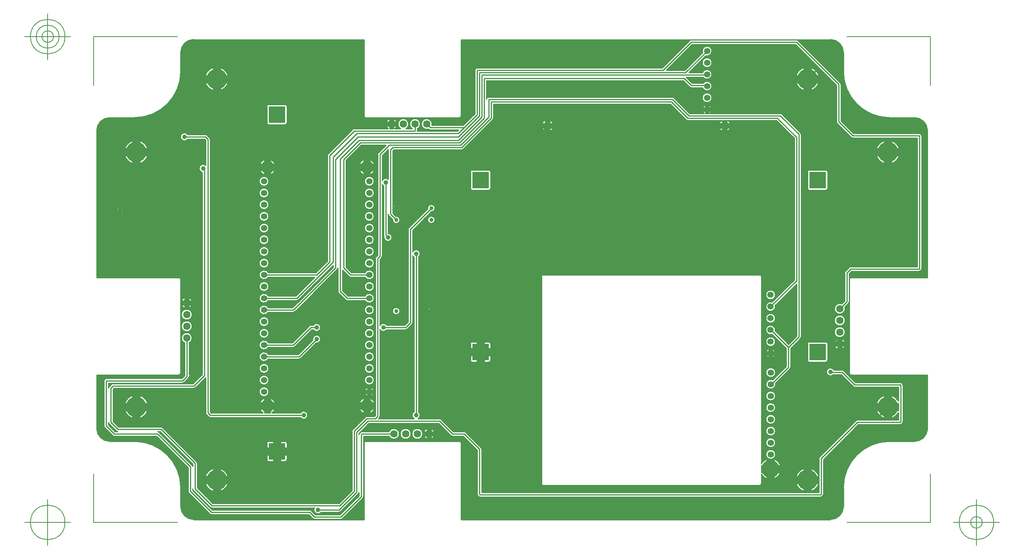
<source format=gbr>
G04 Generated by Ultiboard 14.2 *
%FSLAX24Y24*%
%MOIN*%

%ADD10C,0.0001*%
%ADD11C,0.0100*%
%ADD12C,0.0050*%
%ADD13C,0.0394*%
%ADD14C,0.1750*%
%ADD15C,0.0337*%
%ADD16C,0.0633*%
%ADD17R,0.0208X0.0208*%
%ADD18C,0.0392*%
%ADD19C,0.0534*%
%ADD20C,0.1518*%
%ADD21R,0.1430X0.1430*%
%ADD22C,0.1124*%
%ADD23C,0.0740*%


G04 ColorRGB 0000FF for the following layer *
%LNCopper Bottom*%
%LPD*%
G54D10*
G36*
X28809Y-8000D02*
X28809Y-8000D01*
X28809Y0D01*
G75*
D01*
G02X28960Y151I151J0*
G01*
X28960Y151D01*
X35489Y151D01*
X35489Y8000D01*
X35489Y8000D01*
X35489Y8000D01*
X35492Y12725D01*
G75*
D01*
G02X35491Y12737I151J12*
G01*
G74*
D01*
G03X34393Y13835I1098J0*
G01*
G75*
D01*
G02X34381Y13836I0J152*
G01*
X34381Y13836D01*
X32296Y13836D01*
G74*
D01*
G02X32266Y13833I30J151*
G01*
G75*
D01*
G02X28305Y17794I0J3961*
G01*
G74*
D01*
G02X28308Y17824I154J0*
G01*
X28308Y17824D01*
X28308Y19406D01*
G75*
D01*
G02X28308Y19418I151J12*
G01*
G74*
D01*
G03X27209Y20516I1099J0*
G01*
G75*
D01*
G02X27197Y20517I0J152*
G01*
X27197Y20517D01*
X-4349Y20517D01*
X-4349Y13987D01*
G75*
D01*
G02X-4500Y13836I-151J0*
G01*
X-4500Y13836D01*
X-12500Y13836D01*
G75*
D01*
G02X-12651Y13987I0J151*
G01*
X-12651Y13987D01*
X-12651Y20517D01*
X-16896Y20517D01*
X-16896Y20517D01*
X-20500Y20517D01*
X-20500Y20517D01*
X-20500Y20517D01*
X-26345Y20517D01*
X-26345Y20517D01*
X-27197Y20517D01*
G74*
D01*
G02X-27209Y20516I12J151*
G01*
G75*
D01*
G03X-28308Y19418I0J-1098*
G01*
G75*
D01*
G02X-28308Y19406I-151J0*
G01*
X-28308Y19406D01*
X-28308Y17824D01*
G74*
D01*
G02X-28305Y17794I151J30*
G01*
G75*
D01*
G02X-32266Y13833I-3961J0*
G01*
G75*
D01*
G02X-32296Y13836I0J154*
G01*
X-32296Y13836D01*
X-34381Y13836D01*
G74*
D01*
G02X-34393Y13835I12J151*
G01*
G75*
D01*
G03X-35491Y12737I0J-1098*
G01*
G75*
D01*
G02X-35492Y12725I-152J0*
G01*
X-35492Y12725D01*
X-35492Y151D01*
X-28459Y151D01*
G74*
D01*
G02X-28308Y0I0J151*
G01*
X-28308Y0D01*
X-28308Y-8000D01*
G75*
D01*
G02X-28459Y-8151I-151J0*
G01*
X-28459Y-8151D01*
X-35489Y-8151D01*
X-35491Y-11370D01*
X-35491Y-11370D01*
X-35492Y-12725D01*
G74*
D01*
G02X-35491Y-12737I151J12*
G01*
G75*
D01*
G03X-34393Y-13835I1098J0*
G01*
G74*
D01*
G02X-34381Y-13836I0J152*
G01*
X-34381Y-13836D01*
X-32296Y-13836D01*
G75*
D01*
G02X-32266Y-13833I30J-151*
G01*
G74*
D01*
G02X-28305Y-17794I0J3961*
G01*
G75*
D01*
G02X-28308Y-17824I-154J0*
G01*
X-28308Y-17824D01*
X-28308Y-19406D01*
G74*
D01*
G02X-28308Y-19418I151J12*
G01*
G75*
D01*
G03X-27209Y-20516I1099J0*
G01*
G74*
D01*
G02X-27197Y-20517I0J152*
G01*
X-27197Y-20517D01*
X-12651Y-20517D01*
X-12651Y-13988D01*
G75*
D01*
G02X-12500Y-13837I151J0*
G01*
X-12500Y-13837D01*
X-4500Y-13837D01*
G74*
D01*
G02X-4349Y-13988I0J151*
G01*
X-4349Y-13988D01*
X-4349Y-20517D01*
X0Y-20517D01*
X0Y-20517D01*
X0Y-20517D01*
X2001Y-20517D01*
X2001Y-20517D01*
X4296Y-20517D01*
X4296Y-20517D01*
X4296Y-20517D01*
X11450Y-20517D01*
X11450Y-20517D01*
X12500Y-20517D01*
X12500Y-20517D01*
X12500Y-20517D01*
X20500Y-20517D01*
X20899Y-20517D01*
X20899Y-20517D01*
X27197Y-20517D01*
G75*
D01*
G02X27209Y-20516I12J-151*
G01*
G75*
D01*
G03X28308Y-19418I0J1098*
G01*
G74*
D01*
G02X28308Y-19406I151J0*
G01*
X28308Y-19406D01*
X28308Y-17824D01*
G75*
D01*
G02X28305Y-17794I151J30*
G01*
G75*
D01*
G02X32266Y-13833I3961J0*
G01*
G74*
D01*
G02X32296Y-13836I0J154*
G01*
X32296Y-13836D01*
X34381Y-13836D01*
G75*
D01*
G02X34393Y-13835I12J-151*
G01*
G74*
D01*
G03X35489Y-12808I0J1098*
G01*
X35489Y-12806D01*
X35489Y-12806D01*
X35489Y-8151D01*
X28960Y-8151D01*
G75*
D01*
G02X28809Y-8000I0J151*
G01*
D02*
G37*
%LPC*%
G36*
X22058Y-11370D02*
G75*
D01*
G02X22058Y-11370I42J415*
G01*
D02*
G37*
G36*
X-7129Y-1921D02*
G75*
D01*
G02X-7129Y-1921I229J221*
G01*
D02*
G37*
G36*
X-10129Y-1921D02*
G75*
D01*
G02X-10129Y-1921I229J221*
G01*
D02*
G37*
G36*
X-7999Y-11317D02*
G75*
D01*
G02X-8024Y-11899I-201J-283*
G01*
X-8024Y-11899D01*
X-6200Y-11899D01*
G75*
D01*
G02X-6058Y-11958I0J-201*
G01*
X-6058Y-11958D01*
X-5017Y-12999D01*
X-4100Y-12999D01*
G75*
D01*
G02X-3958Y-13058I0J-201*
G01*
X-3958Y-13058D01*
X-2643Y-14373D01*
G75*
D01*
G02X-2584Y-14515I-142J-142*
G01*
X-2584Y-14515D01*
X-2584Y-18199D01*
X26199Y-18199D01*
X26199Y-17502D01*
G74*
D01*
G02X25540Y-18120I959J362*
G01*
X25540Y-18120D01*
X25540Y-17688D01*
G75*
D01*
G02X24940Y-17688I-300J548*
G01*
X24940Y-17688D01*
X24940Y-18120D01*
G74*
D01*
G02X24260Y-17440I300J980*
G01*
X24260Y-17440D01*
X24692Y-17440D01*
G75*
D01*
G02X24692Y-16840I548J300*
G01*
X24692Y-16840D01*
X24260Y-16840D01*
G74*
D01*
G02X24940Y-16160I980J300*
G01*
X24940Y-16160D01*
X24940Y-16592D01*
G75*
D01*
G02X25540Y-16592I300J-548*
G01*
X25540Y-16592D01*
X25540Y-16160D01*
G74*
D01*
G02X26199Y-16778I300J980*
G01*
X26199Y-16778D01*
X26199Y-15300D01*
G75*
D01*
G02X26258Y-15158I201J0*
G01*
X26258Y-15158D01*
X29358Y-12058D01*
G75*
D01*
G02X29500Y-11999I142J-142*
G01*
X29500Y-11999D01*
X32999Y-11999D01*
X32999Y-11400D01*
G74*
D01*
G02X32410Y-11870I889J510*
G01*
X32410Y-11870D01*
X32410Y-11438D01*
G75*
D01*
G02X31810Y-11438I-300J548*
G01*
X31810Y-11438D01*
X31810Y-11870D01*
G74*
D01*
G02X31130Y-11190I300J980*
G01*
X31130Y-11190D01*
X31562Y-11190D01*
G75*
D01*
G02X31562Y-10590I548J300*
G01*
X31562Y-10590D01*
X31130Y-10590D01*
G74*
D01*
G02X31810Y-9910I980J300*
G01*
X31810Y-9910D01*
X31810Y-10342D01*
G75*
D01*
G02X32410Y-10342I300J-548*
G01*
X32410Y-10342D01*
X32410Y-9910D01*
G74*
D01*
G02X32999Y-10380I300J980*
G01*
X32999Y-10380D01*
X32999Y-9201D01*
X29271Y-9201D01*
G75*
D01*
G02X29209Y-9191I0J201*
G01*
G74*
D01*
G02X29129Y-9142I62J191*
G01*
X29129Y-9142D01*
X28117Y-8130D01*
X27459Y-8130D01*
G75*
D01*
G02X27501Y-7728I-259J230*
G01*
X27501Y-7728D01*
X28200Y-7728D01*
G75*
D01*
G02X28342Y-7787I0J-201*
G01*
X28342Y-7787D01*
X29354Y-8799D01*
X33171Y-8799D01*
G74*
D01*
G02X33313Y-8858I0J201*
G01*
X33313Y-8858D01*
X33342Y-8887D01*
G74*
D01*
G02X33401Y-9029I142J142*
G01*
X33401Y-9029D01*
X33401Y-12171D01*
G75*
D01*
G02X33342Y-12313I-201J0*
G01*
X33342Y-12313D01*
X33313Y-12342D01*
G74*
D01*
G02X33221Y-12394I142J142*
G01*
G75*
D01*
G02X33170Y-12401I-50J194*
G01*
X33170Y-12401D01*
X29583Y-12401D01*
X26601Y-15383D01*
X26601Y-18371D01*
G75*
D01*
G02X26542Y-18513I-201J0*
G01*
X26542Y-18513D01*
X26513Y-18542D01*
G74*
D01*
G02X26371Y-18601I142J142*
G01*
X26371Y-18601D01*
X-2756Y-18601D01*
G75*
D01*
G02X-2807Y-18594I0J201*
G01*
G74*
D01*
G02X-2898Y-18542I51J194*
G01*
X-2898Y-18542D01*
X-2927Y-18513D01*
G75*
D01*
G02X-2986Y-18371I142J142*
G01*
X-2986Y-18371D01*
X-2986Y-14598D01*
X-4183Y-13401D01*
X-5100Y-13401D01*
G75*
D01*
G02X-5242Y-13342I0J201*
G01*
X-5242Y-13342D01*
X-6283Y-12301D01*
X-12246Y-12301D01*
X-13099Y-13154D01*
X-13099Y-13243D01*
G74*
D01*
G02X-13042Y-13128I199J28*
G01*
X-13042Y-13128D01*
X-12968Y-13054D01*
G74*
D01*
G02X-12891Y-13006I142J142*
G01*
G75*
D01*
G02X-12825Y-12995I65J-190*
G01*
X-12825Y-12995D01*
X-10518Y-12995D01*
G75*
D01*
G02X-10518Y-13397I422J-201*
G01*
X-10518Y-13397D01*
X-12699Y-13397D01*
X-12699Y-18570D01*
G75*
D01*
G02X-12758Y-18713I-201J-1*
G01*
X-12758Y-18713D01*
X-14487Y-20442D01*
G74*
D01*
G02X-14563Y-20490I142J142*
G01*
G74*
D01*
G02X-14629Y-20501I66J190*
G01*
X-14629Y-20501D01*
X-16900Y-20501D01*
G75*
D01*
G02X-17042Y-20442I0J201*
G01*
X-17042Y-20442D01*
X-17383Y-20101D01*
X-25700Y-20101D01*
G75*
D01*
G02X-25842Y-20042I0J201*
G01*
X-25842Y-20042D01*
X-26345Y-19539D01*
X-26345Y-19539D01*
X-27642Y-18242D01*
G75*
D01*
G02X-27701Y-18100I142J142*
G01*
X-27701Y-18100D01*
X-27701Y-16083D01*
X-30383Y-13401D01*
X-34000Y-13401D01*
G75*
D01*
G02X-34018Y-13400I0J201*
G01*
G74*
D01*
G02X-34142Y-13342I18J200*
G01*
X-34142Y-13342D01*
X-34842Y-12642D01*
G75*
D01*
G02X-34901Y-12500I142J142*
G01*
X-34901Y-12500D01*
X-34901Y-8700D01*
G74*
D01*
G02X-34842Y-8558I201J0*
G01*
X-34842Y-8558D01*
X-34792Y-8508D01*
G75*
D01*
G02X-34650Y-8449I142J-142*
G01*
X-34650Y-8449D01*
X-28233Y-8449D01*
X-28001Y-8217D01*
X-28001Y-5421D01*
G75*
D01*
G02X-27599Y-5421I201J421*
G01*
X-27599Y-5421D01*
X-27599Y-8116D01*
G74*
D01*
G02X-27523Y-8076I199J284*
G01*
X-27523Y-8076D01*
X-27523Y-8277D01*
X-27599Y-8277D01*
X-27599Y-8300D01*
G75*
D01*
G02X-27658Y-8442I-201J0*
G01*
X-27658Y-8442D01*
X-28008Y-8792D01*
G75*
D01*
G02X-28150Y-8851I-142J142*
G01*
X-28150Y-8851D01*
X-34499Y-8851D01*
X-34499Y-9272D01*
G74*
D01*
G02X-34442Y-9158I199J28*
G01*
X-34442Y-9158D01*
X-34242Y-8958D01*
G74*
D01*
G02X-34166Y-8910I142J142*
G01*
G75*
D01*
G02X-34100Y-8899I66J-190*
G01*
X-34100Y-8899D01*
X-27283Y-8899D01*
X-26501Y-8117D01*
X-26501Y9168D01*
G75*
D01*
G02X-26201Y9784I101J332*
G01*
X-26201Y9784D01*
X-26201Y11917D01*
X-26283Y11999D01*
X-27717Y11999D01*
G75*
D01*
G02X-27717Y12401I-283J201*
G01*
X-27717Y12401D01*
X-26200Y12401D01*
G75*
D01*
G02X-26058Y12342I0J-201*
G01*
X-26058Y12342D01*
X-25858Y12142D01*
G75*
D01*
G02X-25799Y12000I-142J-142*
G01*
X-25799Y12000D01*
X-25799Y-11317D01*
X-25746Y-11370D01*
X-25717Y-11399D01*
X-21285Y-11399D01*
G74*
D01*
G02X-21566Y-11053I385J599*
G01*
X-21566Y-11053D01*
X-21322Y-11053D01*
G75*
D01*
G02X-21322Y-10547I422J253*
G01*
X-21322Y-10547D01*
X-21566Y-10547D01*
G74*
D01*
G02X-21153Y-10134I666J253*
G01*
X-21153Y-10134D01*
X-21153Y-10378D01*
G75*
D01*
G02X-20647Y-10378I253J-422*
G01*
X-20647Y-10378D01*
X-20647Y-10134D01*
G74*
D01*
G02X-20234Y-10547I253J666*
G01*
X-20234Y-10547D01*
X-20478Y-10547D01*
G75*
D01*
G02X-20478Y-11053I-422J-253*
G01*
X-20478Y-11053D01*
X-20234Y-11053D01*
G74*
D01*
G02X-20515Y-11399I666J253*
G01*
X-20515Y-11399D01*
X-18083Y-11399D01*
G75*
D01*
G02X-18083Y-11801I283J-201*
G01*
X-18083Y-11801D01*
X-25800Y-11801D01*
G75*
D01*
G02X-25942Y-11742I0J201*
G01*
X-25942Y-11742D01*
X-26142Y-11542D01*
G75*
D01*
G02X-26201Y-11400I142J142*
G01*
X-26201Y-11400D01*
X-26201Y-8385D01*
X-26404Y-8589D01*
X-27058Y-9242D01*
G74*
D01*
G02X-27187Y-9301I142J142*
G01*
G74*
D01*
G02X-27200Y-9301I13J201*
G01*
X-27200Y-9301D01*
X-34017Y-9301D01*
X-34099Y-9383D01*
X-34099Y-12117D01*
X-33617Y-12599D01*
X-30000Y-12599D01*
G75*
D01*
G02X-29858Y-12658I0J-201*
G01*
X-29858Y-12658D01*
X-26958Y-15558D01*
G75*
D01*
G02X-26899Y-15700I-142J-142*
G01*
X-26899Y-15700D01*
X-26899Y-17808D01*
X-25587Y-19120D01*
X-14804Y-19120D01*
X-13701Y-18017D01*
X-13701Y-12971D01*
G74*
D01*
G02X-13642Y-12828I201J0*
G01*
X-13642Y-12828D01*
X-12572Y-11758D01*
G75*
D01*
G02X-12429Y-11699I143J-142*
G01*
X-12429Y-11699D01*
X-11783Y-11699D01*
X-11701Y-11617D01*
X-11701Y1800D01*
G74*
D01*
G02X-11642Y1942I201J0*
G01*
X-11642Y1942D01*
X-11501Y2083D01*
X-11501Y10700D01*
G74*
D01*
G02X-11442Y10842I201J0*
G01*
X-11442Y10842D01*
X-10785Y11499D01*
X-12887Y11499D01*
X-14199Y10187D01*
X-14199Y1083D01*
X-13717Y601D01*
X-12565Y601D01*
G75*
D01*
G02X-12565Y199I365J-201*
G01*
X-12565Y199D01*
X-13800Y199D01*
G75*
D01*
G02X-13831Y201I0J201*
G01*
G74*
D01*
G02X-13942Y258I31J199*
G01*
X-13942Y258D01*
X-14499Y815D01*
X-14499Y-917D01*
X-14017Y-1399D01*
X-12565Y-1399D01*
G75*
D01*
G02X-12565Y-1801I365J-201*
G01*
X-12565Y-1801D01*
X-14100Y-1801D01*
G75*
D01*
G02X-14242Y-1742I0J201*
G01*
X-14242Y-1742D01*
X-14842Y-1142D01*
G75*
D01*
G02X-14901Y-1000I142J142*
G01*
X-14901Y-1000D01*
X-14901Y972D01*
G74*
D01*
G02X-14958Y858I199J28*
G01*
X-14958Y858D01*
X-16896Y-1080D01*
X-17737Y-1921D01*
X-17737Y-1921D01*
X-18558Y-2742D01*
G75*
D01*
G02X-18700Y-2801I-142J142*
G01*
X-18700Y-2801D01*
X-20835Y-2801D01*
G75*
D01*
G02X-20835Y-2399I-365J201*
G01*
X-20835Y-2399D01*
X-18783Y-2399D01*
X-18305Y-1921D01*
X-18305Y-1921D01*
X-15301Y1083D01*
X-15301Y1215D01*
X-16896Y-380D01*
X-16896Y-380D01*
X-18258Y-1742D01*
G75*
D01*
G02X-18400Y-1801I-142J142*
G01*
X-18400Y-1801D01*
X-20835Y-1801D01*
G75*
D01*
G02X-20835Y-1399I-365J201*
G01*
X-20835Y-1399D01*
X-18483Y-1399D01*
X-16896Y188D01*
X-16885Y199D01*
X-20835Y199D01*
G75*
D01*
G02X-20835Y601I-365J201*
G01*
X-20835Y601D01*
X-16783Y601D01*
X-15801Y1583D01*
X-15801Y10600D01*
G74*
D01*
G02X-15742Y10742I201J0*
G01*
X-15742Y10742D01*
X-13642Y12842D01*
G75*
D01*
G02X-13500Y12901I142J-142*
G01*
X-13500Y12901D01*
X-10588Y12901D01*
G74*
D01*
G02X-10747Y13140I184J295*
G01*
X-10747Y13140D01*
X-10460Y13140D01*
X-10460Y12901D01*
X-10140Y12901D01*
X-10140Y13140D01*
X-9853Y13140D01*
G74*
D01*
G02X-10012Y12901I343J56*
G01*
X-10012Y12901D01*
X-9542Y12901D01*
G75*
D01*
G02X-9058Y12901I242J399*
G01*
X-9058Y12901D01*
X-8542Y12901D01*
G75*
D01*
G02X-8099Y12879I242J399*
G01*
X-8099Y12879D01*
X-8099Y12730D01*
G75*
D01*
G02X-8101Y12701I-201J-1*
G01*
X-8101Y12701D01*
X-4683Y12701D01*
X-4585Y12799D01*
X-7000Y12799D01*
G75*
D01*
G02X-7059Y12808I0J201*
G01*
G74*
D01*
G02X-7142Y12858I59J192*
G01*
X-7142Y12858D01*
X-7144Y12860D01*
G75*
D01*
G02X-6844Y13201I-156J440*
G01*
X-6844Y13201D01*
X-4183Y13201D01*
X-3201Y14183D01*
X-3201Y17871D01*
G74*
D01*
G02X-3142Y18013I201J0*
G01*
X-3142Y18013D01*
X-3113Y18042D01*
G74*
D01*
G02X-3021Y18094I142J142*
G01*
G75*
D01*
G02X-2970Y18101I50J-194*
G01*
X-2970Y18101D01*
X12817Y18101D01*
X15158Y20442D01*
G75*
D01*
G02X15300Y20501I142J-142*
G01*
X15300Y20501D01*
X24300Y20501D01*
G74*
D01*
G02X24442Y20442I0J201*
G01*
X24442Y20442D01*
X27908Y16976D01*
X28042Y16842D01*
G74*
D01*
G02X28101Y16700I142J142*
G01*
X28101Y16700D01*
X28101Y13583D01*
X29183Y12501D01*
X34771Y12501D01*
G74*
D01*
G02X34913Y12442I0J201*
G01*
X34913Y12442D01*
X34942Y12413D01*
G74*
D01*
G02X35001Y12271I142J142*
G01*
X35001Y12271D01*
X35001Y929D01*
G75*
D01*
G02X34942Y787I-201J0*
G01*
X34942Y787D01*
X34913Y758D01*
G74*
D01*
G02X34821Y706I142J142*
G01*
G75*
D01*
G02X34770Y699I-50J194*
G01*
X34770Y699D01*
X29013Y699D01*
X28801Y487D01*
X28801Y-1900D01*
G75*
D01*
G02X28742Y-2042I-201J0*
G01*
X28742Y-2042D01*
X28440Y-2344D01*
G75*
D01*
G02X28156Y-2060I-440J-156*
G01*
X28156Y-2060D01*
X28295Y-1921D01*
X28295Y-1921D01*
X28399Y-1817D01*
X28399Y570D01*
G75*
D01*
G02X28458Y713I201J1*
G01*
X28458Y713D01*
X28787Y1042D01*
G74*
D01*
G02X28882Y1095I142J142*
G01*
G75*
D01*
G02X28929Y1101I47J-195*
G01*
X28929Y1101D01*
X34599Y1101D01*
X34599Y12099D01*
X29100Y12099D01*
G75*
D01*
G02X28958Y12158I0J201*
G01*
X28958Y12158D01*
X27758Y13358D01*
G75*
D01*
G02X27699Y13500I142J142*
G01*
X27699Y13500D01*
X27699Y16617D01*
X27339Y16976D01*
X24217Y20099D01*
X15383Y20099D01*
X13185Y17901D01*
X14737Y17901D01*
X16260Y19424D01*
G75*
D01*
G02X16544Y19140I400J116*
G01*
X16544Y19140D01*
X15105Y17701D01*
X16275Y17701D01*
G75*
D01*
G02X16320Y17299I385J-161*
G01*
X16320Y17299D01*
X14885Y17299D01*
X15383Y16801D01*
X16335Y16801D01*
G75*
D01*
G02X16268Y16399I325J-261*
G01*
X16268Y16399D01*
X15300Y16399D01*
G75*
D01*
G02X15158Y16458I0J201*
G01*
X15158Y16458D01*
X14617Y16999D01*
X-2199Y16999D01*
X-2199Y15428D01*
G75*
D01*
G02X-2000Y15601I199J-28*
G01*
X-2000Y15601D01*
X13700Y15601D01*
G74*
D01*
G02X13842Y15542I0J201*
G01*
X13842Y15542D01*
X15183Y14201D01*
X16417Y14201D01*
G74*
D01*
G02X16270Y14392I243J339*
G01*
X16270Y14392D01*
X16512Y14392D01*
X16512Y14201D01*
X16808Y14201D01*
X16808Y14392D01*
X17050Y14392D01*
G74*
D01*
G02X16903Y14201I390J148*
G01*
X16903Y14201D01*
X22921Y14201D01*
G74*
D01*
G02X23063Y14142I0J201*
G01*
X23063Y14142D01*
X23252Y13952D01*
X23252Y13952D01*
X23252Y13952D01*
X23252Y13952D01*
X24642Y12563D01*
G74*
D01*
G02X24701Y12421I142J142*
G01*
X24701Y12421D01*
X24701Y-4900D01*
G75*
D01*
G02X24642Y-5042I-201J0*
G01*
X24642Y-5042D01*
X23801Y-5883D01*
X23801Y-7500D01*
G75*
D01*
G02X23742Y-7642I-201J0*
G01*
X23742Y-7642D01*
X22509Y-8875D01*
G75*
D01*
G02X22250Y-8566I-409J-80*
G01*
X22250Y-8566D01*
X23399Y-7417D01*
X23399Y-5883D01*
X22225Y-4709D01*
G75*
D01*
G02X22497Y-4413I-133J395*
G01*
X22497Y-4413D01*
X23600Y-5516D01*
X24299Y-4817D01*
X24299Y-391D01*
X22769Y-1921D01*
X22769Y-1921D01*
X22492Y-2197D01*
G75*
D01*
G02X22208Y-1913I-400J-117*
G01*
X22208Y-1913D01*
X24099Y-22D01*
X24099Y12087D01*
X22679Y13508D01*
X22679Y13508D01*
X22679Y13508D01*
X22587Y13599D01*
X18431Y13599D01*
G74*
D01*
G02X18659Y13332I258J451*
G01*
X18659Y13332D01*
X18410Y13332D01*
G75*
D01*
G02X18410Y12963I-237J-184*
G01*
X18410Y12963D01*
X18659Y12963D01*
G74*
D01*
G02X18357Y12661I486J185*
G01*
X18357Y12661D01*
X18357Y12911D01*
G75*
D01*
G02X17989Y12911I-184J237*
G01*
X17989Y12911D01*
X17989Y12661D01*
G74*
D01*
G02X17687Y12963I184J487*
G01*
X17687Y12963D01*
X17936Y12963D01*
G75*
D01*
G02X17936Y13332I237J185*
G01*
X17936Y13332D01*
X17687Y13332D01*
G74*
D01*
G02X17915Y13599I486J184*
G01*
X17915Y13599D01*
X15000Y13599D01*
G75*
D01*
G02X14858Y13658I0J201*
G01*
X14858Y13658D01*
X13517Y14999D01*
X-1599Y14999D01*
X-1599Y13800D01*
G75*
D01*
G02X-1658Y13658I-201J0*
G01*
X-1658Y13658D01*
X-4158Y11158D01*
G75*
D01*
G02X-4300Y11099I-142J142*
G01*
X-4300Y11099D01*
X-10117Y11099D01*
X-10199Y11017D01*
X-10199Y5683D01*
X-9933Y5417D01*
G75*
D01*
G02X-10217Y5133I33J-317*
G01*
X-10217Y5133D01*
X-10542Y5458D01*
G74*
D01*
G02X-10599Y5572I142J142*
G01*
X-10599Y5572D01*
X-10599Y3947D01*
G75*
D01*
G02X-10942Y3658I-1J-347*
G01*
G75*
D01*
G02X-11001Y3800I142J142*
G01*
X-11001Y3800D01*
X-11001Y8017D01*
G74*
D01*
G02X-11099Y8124I201J283*
G01*
X-11099Y8124D01*
X-11099Y2000D01*
G75*
D01*
G02X-11158Y1858I-201J0*
G01*
X-11158Y1858D01*
X-11299Y1717D01*
X-11299Y-3924D01*
G75*
D01*
G02X-10717Y-3899I299J-176*
G01*
X-10717Y-3899D01*
X-9183Y-3899D01*
X-8901Y-3617D01*
X-8901Y4300D01*
G74*
D01*
G02X-8842Y4442I201J0*
G01*
X-8842Y4442D01*
X-7447Y5837D01*
X-7217Y6067D01*
G75*
D01*
G02X-6933Y5783I317J33*
G01*
X-6933Y5783D01*
X-7447Y5268D01*
X-8499Y4217D01*
X-8499Y2376D01*
G75*
D01*
G02X-7999Y1917I299J-176*
G01*
X-7999Y1917D01*
X-7999Y-11317D01*
D02*
G37*
G36*
X2497Y-17458D02*
X2497Y-17458D01*
X2497Y258D01*
G75*
D01*
G02X2648Y409I151J0*
G01*
X2648Y409D01*
X21152Y409D01*
G74*
D01*
G02X21303Y258I0J151*
G01*
X21303Y258D01*
X21303Y-15745D01*
G74*
D01*
G02X21792Y-15337I789J450*
G01*
X21792Y-15337D01*
X21792Y-15575D01*
G75*
D01*
G02X22392Y-15575I300J-620*
G01*
X22392Y-15575D01*
X22392Y-15337D01*
G74*
D01*
G02X22950Y-15895I300J858*
G01*
X22950Y-15895D01*
X22712Y-15895D01*
G75*
D01*
G02X22712Y-16495I-620J-300*
G01*
X22712Y-16495D01*
X22950Y-16495D01*
G74*
D01*
G02X22392Y-17053I858J300*
G01*
X22392Y-17053D01*
X22392Y-16816D01*
G75*
D01*
G02X21792Y-16816I-300J621*
G01*
X21792Y-16816D01*
X21792Y-17053D01*
G74*
D01*
G02X21303Y-16646I300J858*
G01*
X21303Y-16646D01*
X21303Y-17458D01*
G75*
D01*
G02X21152Y-17609I-151J0*
G01*
X21152Y-17609D01*
X2648Y-17609D01*
G75*
D01*
G02X2497Y-17458I0J151*
G01*
D02*
G37*
G36*
X24692Y16840D02*
G75*
D01*
G02X24692Y17440I548J300*
G01*
X24692Y17440D01*
X24260Y17440D01*
G74*
D01*
G02X24940Y18120I980J300*
G01*
X24940Y18120D01*
X24940Y17688D01*
G75*
D01*
G02X25540Y17688I300J-548*
G01*
X25540Y17688D01*
X25540Y18120D01*
G74*
D01*
G02X26220Y17440I300J980*
G01*
X26220Y17440D01*
X25788Y17440D01*
G75*
D01*
G02X25788Y16840I-548J-300*
G01*
X25788Y16840D01*
X26220Y16840D01*
G74*
D01*
G02X25540Y16160I980J300*
G01*
X25540Y16160D01*
X25540Y16592D01*
G75*
D01*
G02X24940Y16592I-300J548*
G01*
X24940Y16592D01*
X24940Y16160D01*
G74*
D01*
G02X24260Y16840I300J980*
G01*
X24260Y16840D01*
X24692Y16840D01*
D02*
G37*
G36*
X-12597Y7528D02*
G75*
D01*
G02X-12597Y7528I397J-128*
G01*
D02*
G37*
G36*
X-31130Y-11190D02*
G74*
D01*
G02X-31810Y-11870I980J300*
G01*
X-31810Y-11870D01*
X-31810Y-11438D01*
G75*
D01*
G02X-32410Y-11438I-300J548*
G01*
X-32410Y-11438D01*
X-32410Y-11870D01*
G74*
D01*
G02X-33090Y-11190I300J980*
G01*
X-33090Y-11190D01*
X-32658Y-11190D01*
G75*
D01*
G02X-32658Y-10590I548J300*
G01*
X-32658Y-10590D01*
X-33090Y-10590D01*
G74*
D01*
G02X-32410Y-9910I980J300*
G01*
X-32410Y-9910D01*
X-32410Y-10342D01*
G75*
D01*
G02X-31810Y-10342I300J-548*
G01*
X-31810Y-10342D01*
X-31810Y-9910D01*
G74*
D01*
G02X-31130Y-10590I300J980*
G01*
X-31130Y-10590D01*
X-31562Y-10590D01*
G75*
D01*
G02X-31562Y-11190I-548J-300*
G01*
X-31562Y-11190D01*
X-31130Y-11190D01*
D02*
G37*
G36*
X-7543Y-13036D02*
G74*
D01*
G02X-7257Y-12749I343J56*
G01*
X-7257Y-12749D01*
X-7257Y-13036D01*
X-7543Y-13036D01*
D02*
G37*
G36*
X-7543Y-13357D02*
X-7543Y-13357D01*
X-7257Y-13357D01*
X-7257Y-13643D01*
G74*
D01*
G02X-7543Y-13357I57J342*
G01*
D02*
G37*
G36*
X-12653Y-11466D02*
G74*
D01*
G02X-13066Y-11053I253J666*
G01*
X-13066Y-11053D01*
X-12822Y-11053D01*
G75*
D01*
G02X-12822Y-10547I422J253*
G01*
X-12822Y-10547D01*
X-13066Y-10547D01*
G74*
D01*
G02X-12653Y-10134I666J253*
G01*
X-12653Y-10134D01*
X-12653Y-10378D01*
G75*
D01*
G02X-12147Y-10378I253J-422*
G01*
X-12147Y-10378D01*
X-12147Y-10134D01*
G74*
D01*
G02X-11734Y-10547I253J666*
G01*
X-11734Y-10547D01*
X-11978Y-10547D01*
G75*
D01*
G02X-11978Y-11053I-422J-253*
G01*
X-11978Y-11053D01*
X-11734Y-11053D01*
G74*
D01*
G02X-12147Y-11466I666J253*
G01*
X-12147Y-11466D01*
X-12147Y-11222D01*
G75*
D01*
G02X-12653Y-11222I-253J422*
G01*
X-12653Y-11222D01*
X-12653Y-11466D01*
D02*
G37*
G36*
X-16983Y-3899D02*
G75*
D01*
G02X-16983Y-4301I283J-201*
G01*
X-16983Y-4301D01*
X-17117Y-4301D01*
X-18558Y-5742D01*
G74*
D01*
G02X-18630Y-5788I142J142*
G01*
G74*
D01*
G02X-18700Y-5801I70J188*
G01*
X-18700Y-5801D01*
X-20835Y-5801D01*
G75*
D01*
G02X-20835Y-5399I-365J201*
G01*
X-20835Y-5399D01*
X-18783Y-5399D01*
X-17342Y-3958D01*
G74*
D01*
G02X-17221Y-3900I142J142*
G01*
G75*
D01*
G02X-17200Y-3899I21J-200*
G01*
X-17200Y-3899D01*
X-16983Y-3899D01*
D02*
G37*
G36*
X-17042Y-5158D02*
G75*
D01*
G02X-16758Y-5442I342J58*
G01*
X-16758Y-5442D01*
X-16896Y-5580D01*
X-16896Y-5580D01*
X-18058Y-6742D01*
G74*
D01*
G02X-18130Y-6788I142J142*
G01*
G74*
D01*
G02X-18200Y-6801I70J188*
G01*
X-18200Y-6801D01*
X-20835Y-6801D01*
G75*
D01*
G02X-20835Y-6399I-365J201*
G01*
X-20835Y-6399D01*
X-18283Y-6399D01*
X-17042Y-5158D01*
D02*
G37*
G36*
X-25788Y16840D02*
G75*
D01*
G02X-25788Y17440I548J300*
G01*
X-25788Y17440D01*
X-26220Y17440D01*
G74*
D01*
G02X-25540Y18120I980J300*
G01*
X-25540Y18120D01*
X-25540Y17688D01*
G75*
D01*
G02X-24940Y17688I300J-548*
G01*
X-24940Y17688D01*
X-24940Y18120D01*
G74*
D01*
G02X-24260Y17440I300J980*
G01*
X-24260Y17440D01*
X-24692Y17440D01*
G75*
D01*
G02X-24692Y16840I-548J-300*
G01*
X-24692Y16840D01*
X-24260Y16840D01*
G74*
D01*
G02X-24940Y16160I980J300*
G01*
X-24940Y16160D01*
X-24940Y16592D01*
G75*
D01*
G02X-25540Y16592I-300J548*
G01*
X-25540Y16592D01*
X-25540Y16160D01*
G74*
D01*
G02X-26220Y16840I300J980*
G01*
X-26220Y16840D01*
X-25788Y16840D01*
D02*
G37*
G36*
X-20803Y7528D02*
G75*
D01*
G02X-20803Y7528I-397J-128*
G01*
D02*
G37*
G36*
X-27621Y-1921D02*
G75*
D01*
G02X-27621Y-1921I-179J-79*
G01*
D02*
G37*
G36*
X-10218Y-2700D02*
G75*
D01*
G02X-10218Y-2700I318J0*
G01*
D02*
G37*
G36*
X-11978Y9853D02*
G75*
D01*
G02X-11978Y9347I-422J-253*
G01*
X-11978Y9347D01*
X-11734Y9347D01*
G74*
D01*
G02X-12147Y8934I666J253*
G01*
X-12147Y8934D01*
X-12147Y9178D01*
G75*
D01*
G02X-12653Y9178I-253J422*
G01*
X-12653Y9178D01*
X-12653Y8934D01*
G74*
D01*
G02X-13066Y9347I253J666*
G01*
X-13066Y9347D01*
X-12822Y9347D01*
G75*
D01*
G02X-12822Y9853I422J253*
G01*
X-12822Y9853D01*
X-13066Y9853D01*
G74*
D01*
G02X-12653Y10266I666J253*
G01*
X-12653Y10266D01*
X-12653Y10022D01*
G75*
D01*
G02X-12147Y10022I253J-422*
G01*
X-12147Y10022D01*
X-12147Y10266D01*
G74*
D01*
G02X-11734Y9853I253J666*
G01*
X-11734Y9853D01*
X-11978Y9853D01*
D02*
G37*
G36*
X-12617Y8400D02*
G75*
D01*
G02X-12617Y8400I417J0*
G01*
D02*
G37*
G36*
X32658Y11190D02*
G75*
D01*
G02X32658Y10590I-548J-300*
G01*
X32658Y10590D01*
X33090Y10590D01*
G74*
D01*
G02X32410Y9910I980J300*
G01*
X32410Y9910D01*
X32410Y10342D01*
G75*
D01*
G02X31810Y10342I-300J548*
G01*
X31810Y10342D01*
X31810Y9910D01*
G74*
D01*
G02X31130Y10590I300J980*
G01*
X31130Y10590D01*
X31562Y10590D01*
G75*
D01*
G02X31562Y11190I548J300*
G01*
X31562Y11190D01*
X31130Y11190D01*
G74*
D01*
G02X31810Y11870I980J300*
G01*
X31810Y11870D01*
X31810Y11438D01*
G75*
D01*
G02X32410Y11438I300J-548*
G01*
X32410Y11438D01*
X32410Y11870D01*
G74*
D01*
G02X33090Y11190I300J980*
G01*
X33090Y11190D01*
X32658Y11190D01*
D02*
G37*
G36*
X16243Y18540D02*
G75*
D01*
G02X16243Y18540I417J0*
G01*
D02*
G37*
G36*
X16463Y14540D02*
G75*
D01*
G02X16463Y14540I197J0*
G01*
D02*
G37*
G36*
X16270Y14688D02*
G74*
D01*
G02X16512Y14930I390J148*
G01*
X16512Y14930D01*
X16512Y14688D01*
X16270Y14688D01*
D02*
G37*
G36*
X16808Y14930D02*
G74*
D01*
G02X17050Y14688I148J390*
G01*
X17050Y14688D01*
X16808Y14688D01*
X16808Y14930D01*
D02*
G37*
G36*
X16243Y15540D02*
G75*
D01*
G02X16243Y15540I417J0*
G01*
D02*
G37*
G36*
X-12617Y-600D02*
G75*
D01*
G02X-12617Y-600I417J0*
G01*
D02*
G37*
G36*
X-12617Y1400D02*
G75*
D01*
G02X-12617Y1400I417J0*
G01*
D02*
G37*
G36*
X-12617Y2400D02*
G75*
D01*
G02X-12617Y2400I417J0*
G01*
D02*
G37*
G36*
X-12617Y3400D02*
G75*
D01*
G02X-12617Y3400I417J0*
G01*
D02*
G37*
G36*
X-12617Y4400D02*
G75*
D01*
G02X-12617Y4400I417J0*
G01*
D02*
G37*
G36*
X-12617Y5400D02*
G75*
D01*
G02X-12617Y5400I417J0*
G01*
D02*
G37*
G36*
X-12617Y6400D02*
G75*
D01*
G02X-12617Y6400I417J0*
G01*
D02*
G37*
G36*
X21675Y-1314D02*
G75*
D01*
G02X21675Y-1314I417J0*
G01*
D02*
G37*
G36*
X-10198Y6213D02*
G74*
D01*
G02X-10013Y6398I298J113*
G01*
X-10013Y6398D01*
X-10013Y6213D01*
X-10198Y6213D01*
D02*
G37*
G36*
X-9787Y6398D02*
G74*
D01*
G02X-9602Y6213I113J298*
G01*
X-9602Y6213D01*
X-9787Y6213D01*
X-9787Y6398D01*
D02*
G37*
G36*
X-9602Y5987D02*
G74*
D01*
G02X-9787Y5802I298J113*
G01*
X-9787Y5802D01*
X-9787Y5987D01*
X-9602Y5987D01*
D02*
G37*
G36*
X-10013Y5802D02*
G74*
D01*
G02X-10198Y5987I113J298*
G01*
X-10198Y5987D01*
X-10013Y5987D01*
X-10013Y5802D01*
D02*
G37*
G36*
X-9998Y6100D02*
G75*
D01*
G02X-9998Y6100I98J0*
G01*
D02*
G37*
G36*
X-12590Y-9452D02*
G74*
D01*
G02X-12348Y-9210I390J148*
G01*
X-12348Y-9210D01*
X-12348Y-9452D01*
X-12590Y-9452D01*
D02*
G37*
G36*
X-12052Y-9210D02*
G74*
D01*
G02X-11810Y-9452I148J390*
G01*
X-11810Y-9452D01*
X-12052Y-9452D01*
X-12052Y-9210D01*
D02*
G37*
G36*
X-11810Y-9748D02*
G74*
D01*
G02X-12052Y-9990I390J148*
G01*
X-12052Y-9990D01*
X-12052Y-9748D01*
X-11810Y-9748D01*
D02*
G37*
G36*
X-12397Y-9600D02*
G75*
D01*
G02X-12397Y-9600I197J0*
G01*
D02*
G37*
G36*
X-12348Y-9990D02*
G74*
D01*
G02X-12590Y-9748I148J390*
G01*
X-12590Y-9748D01*
X-12348Y-9748D01*
X-12348Y-9990D01*
D02*
G37*
G36*
X-12617Y-8600D02*
G75*
D01*
G02X-12617Y-8600I417J0*
G01*
D02*
G37*
G36*
X-12617Y-7600D02*
G75*
D01*
G02X-12617Y-7600I417J0*
G01*
D02*
G37*
G36*
X-12617Y-6600D02*
G75*
D01*
G02X-12617Y-6600I417J0*
G01*
D02*
G37*
G36*
X-12617Y-5600D02*
G75*
D01*
G02X-12617Y-5600I417J0*
G01*
D02*
G37*
G36*
X-12617Y-4600D02*
G75*
D01*
G02X-12617Y-4600I417J0*
G01*
D02*
G37*
G36*
X-12617Y-3600D02*
G75*
D01*
G02X-12617Y-3600I417J0*
G01*
D02*
G37*
G36*
X-12617Y-2600D02*
G75*
D01*
G02X-12617Y-2600I417J0*
G01*
D02*
G37*
G36*
X21683Y-14955D02*
G75*
D01*
G02X21683Y-14955I417J0*
G01*
D02*
G37*
G36*
X21683Y-13955D02*
G75*
D01*
G02X21683Y-13955I417J0*
G01*
D02*
G37*
G36*
X21683Y-12955D02*
G75*
D01*
G02X21683Y-12955I417J0*
G01*
D02*
G37*
G36*
X21683Y-11955D02*
G75*
D01*
G02X21683Y-11955I417J0*
G01*
D02*
G37*
G36*
X-3415Y7634D02*
G75*
D01*
G02X-3566Y7785I0J151*
G01*
X-3566Y7785D01*
X-3566Y9215D01*
G75*
D01*
G02X-3415Y9366I151J0*
G01*
X-3415Y9366D01*
X-1985Y9366D01*
G74*
D01*
G02X-1834Y9215I0J151*
G01*
X-1834Y9215D01*
X-1834Y7785D01*
G75*
D01*
G02X-1985Y7634I-151J0*
G01*
X-1985Y7634D01*
X-3415Y7634D01*
D02*
G37*
G36*
X3264Y13332D02*
G75*
D01*
G02X3264Y12963I-237J-184*
G01*
X3264Y12963D01*
X3513Y12963D01*
G74*
D01*
G02X3211Y12661I486J185*
G01*
X3211Y12661D01*
X3211Y12911D01*
G75*
D01*
G02X2843Y12911I-184J237*
G01*
X2843Y12911D01*
X2843Y12661D01*
G74*
D01*
G02X2541Y12963I184J487*
G01*
X2541Y12963D01*
X2790Y12963D01*
G75*
D01*
G02X2790Y13332I237J185*
G01*
X2790Y13332D01*
X2541Y13332D01*
G74*
D01*
G02X2843Y13634I486J184*
G01*
X2843Y13634D01*
X2843Y13384D01*
G75*
D01*
G02X3211Y13384I184J-236*
G01*
X3211Y13384D01*
X3211Y13634D01*
G74*
D01*
G02X3513Y13332I184J486*
G01*
X3513Y13332D01*
X3264Y13332D01*
D02*
G37*
G36*
X-24692Y-16840D02*
G75*
D01*
G02X-24692Y-17440I-548J-300*
G01*
X-24692Y-17440D01*
X-24260Y-17440D01*
G74*
D01*
G02X-24940Y-18120I980J300*
G01*
X-24940Y-18120D01*
X-24940Y-17688D01*
G75*
D01*
G02X-25540Y-17688I-300J548*
G01*
X-25540Y-17688D01*
X-25540Y-18120D01*
G74*
D01*
G02X-26220Y-17440I300J980*
G01*
X-26220Y-17440D01*
X-25788Y-17440D01*
G75*
D01*
G02X-25788Y-16840I548J300*
G01*
X-25788Y-16840D01*
X-26220Y-16840D01*
G74*
D01*
G02X-25540Y-16160I980J300*
G01*
X-25540Y-16160D01*
X-25540Y-16592D01*
G75*
D01*
G02X-24940Y-16592I300J-548*
G01*
X-24940Y-16592D01*
X-24940Y-16160D01*
G74*
D01*
G02X-24260Y-16840I300J980*
G01*
X-24260Y-16840D01*
X-24692Y-16840D01*
D02*
G37*
G36*
X-20966Y-15415D02*
X-20966Y-15415D01*
X-20966Y-15000D01*
X-20400Y-15000D01*
X-20400Y-15566D01*
X-20815Y-15566D01*
G75*
D01*
G02X-20966Y-15415I0J151*
G01*
D02*
G37*
G36*
X-19454Y-14700D02*
G75*
D01*
G02X-19730Y-14976I-276J0*
G01*
X-19730Y-14976D01*
X-20470Y-14976D01*
G75*
D01*
G02X-20746Y-14700I0J276*
G01*
G75*
D01*
G02X-20470Y-14424I276J0*
G01*
X-20470Y-14424D01*
X-19730Y-14424D01*
G74*
D01*
G02X-19454Y-14700I0J276*
G01*
D02*
G37*
G36*
X-19234Y-15415D02*
G75*
D01*
G02X-19385Y-15566I-151J0*
G01*
X-19385Y-15566D01*
X-19800Y-15566D01*
X-19800Y-15000D01*
X-19234Y-15000D01*
X-19234Y-15415D01*
D02*
G37*
G36*
X-20815Y-13834D02*
X-20815Y-13834D01*
X-20400Y-13834D01*
X-20400Y-14400D01*
X-20966Y-14400D01*
X-20966Y-13985D01*
G75*
D01*
G02X-20815Y-13834I151J0*
G01*
D02*
G37*
G36*
X-19234Y-13985D02*
X-19234Y-13985D01*
X-19234Y-14400D01*
X-19800Y-14400D01*
X-19800Y-13834D01*
X-19385Y-13834D01*
G74*
D01*
G02X-19234Y-13985I0J151*
G01*
D02*
G37*
G36*
X-9563Y-13196D02*
G75*
D01*
G02X-9563Y-13196I467J0*
G01*
D02*
G37*
G36*
X-8563Y-13196D02*
G75*
D01*
G02X-8563Y-13196I467J0*
G01*
D02*
G37*
G36*
X-7292Y-13196D02*
G75*
D01*
G02X-7292Y-13196I196J0*
G01*
D02*
G37*
G36*
X-6936Y-13643D02*
X-6936Y-13643D01*
X-6936Y-13357D01*
X-6649Y-13357D01*
G74*
D01*
G02X-6936Y-13643I343J56*
G01*
D02*
G37*
G36*
X-6649Y-13036D02*
X-6649Y-13036D01*
X-6936Y-13036D01*
X-6936Y-12749D01*
G74*
D01*
G02X-6649Y-13036I56J343*
G01*
D02*
G37*
G36*
X-21617Y-600D02*
G75*
D01*
G02X-21617Y-600I417J0*
G01*
D02*
G37*
G36*
X-21617Y1400D02*
G75*
D01*
G02X-21617Y1400I417J0*
G01*
D02*
G37*
G36*
X-21617Y2400D02*
G75*
D01*
G02X-21617Y2400I417J0*
G01*
D02*
G37*
G36*
X-21617Y3400D02*
G75*
D01*
G02X-21617Y3400I417J0*
G01*
D02*
G37*
G36*
X-21617Y4400D02*
G75*
D01*
G02X-21617Y4400I417J0*
G01*
D02*
G37*
G36*
X-21617Y5400D02*
G75*
D01*
G02X-21617Y5400I417J0*
G01*
D02*
G37*
G36*
X-21617Y6400D02*
G75*
D01*
G02X-21617Y6400I417J0*
G01*
D02*
G37*
G36*
X-21617Y-9600D02*
G75*
D01*
G02X-21617Y-9600I417J0*
G01*
D02*
G37*
G36*
X-21617Y-8600D02*
G75*
D01*
G02X-21617Y-8600I417J0*
G01*
D02*
G37*
G36*
X-21617Y-7600D02*
G75*
D01*
G02X-21617Y-7600I417J0*
G01*
D02*
G37*
G36*
X-21617Y-4600D02*
G75*
D01*
G02X-21617Y-4600I417J0*
G01*
D02*
G37*
G36*
X-21617Y-3600D02*
G75*
D01*
G02X-21617Y-3600I417J0*
G01*
D02*
G37*
G36*
X-27518Y-8400D02*
G75*
D01*
G02X-27518Y-8400I118J0*
G01*
D02*
G37*
G36*
X-27277Y-8076D02*
G74*
D01*
G02X-27076Y-8277I123J324*
G01*
X-27076Y-8277D01*
X-27277Y-8277D01*
X-27277Y-8076D01*
D02*
G37*
G36*
X-27076Y-8523D02*
G74*
D01*
G02X-27277Y-8724I324J123*
G01*
X-27277Y-8724D01*
X-27277Y-8523D01*
X-27076Y-8523D01*
D02*
G37*
G36*
X-27523Y-8724D02*
G74*
D01*
G02X-27724Y-8523I123J324*
G01*
X-27724Y-8523D01*
X-27523Y-8523D01*
X-27523Y-8724D01*
D02*
G37*
G36*
X-28267Y-4000D02*
G75*
D01*
G02X-28267Y-4000I467J0*
G01*
D02*
G37*
G36*
X-28267Y-3000D02*
G75*
D01*
G02X-28267Y-3000I467J0*
G01*
D02*
G37*
G36*
X-28247Y-2160D02*
X-28247Y-2160D01*
X-27960Y-2160D01*
X-27960Y-2447D01*
G74*
D01*
G02X-28247Y-2160I56J343*
G01*
D02*
G37*
G36*
X-27640Y-2447D02*
X-27640Y-2447D01*
X-27640Y-2160D01*
X-27353Y-2160D01*
G74*
D01*
G02X-27640Y-2447I343J56*
G01*
D02*
G37*
G36*
X-33618Y5800D02*
G75*
D01*
G02X-33618Y5800I118J0*
G01*
D02*
G37*
G36*
X-27960Y-1553D02*
X-27960Y-1553D01*
X-27960Y-1840D01*
X-28247Y-1840D01*
G74*
D01*
G02X-27960Y-1553I343J56*
G01*
D02*
G37*
G36*
X-27353Y-1840D02*
X-27353Y-1840D01*
X-27640Y-1840D01*
X-27640Y-1553D01*
G74*
D01*
G02X-27353Y-1840I56J343*
G01*
D02*
G37*
G36*
X-33176Y5677D02*
G74*
D01*
G02X-33377Y5476I324J123*
G01*
X-33377Y5476D01*
X-33377Y5677D01*
X-33176Y5677D01*
D02*
G37*
G36*
X-33623Y5476D02*
G74*
D01*
G02X-33824Y5677I123J324*
G01*
X-33824Y5677D01*
X-33623Y5677D01*
X-33623Y5476D01*
D02*
G37*
G36*
X-33824Y5923D02*
G74*
D01*
G02X-33623Y6124I324J123*
G01*
X-33623Y6124D01*
X-33623Y5923D01*
X-33824Y5923D01*
D02*
G37*
G36*
X-33377Y6124D02*
G74*
D01*
G02X-33176Y5923I123J324*
G01*
X-33176Y5923D01*
X-33377Y5923D01*
X-33377Y6124D01*
D02*
G37*
G36*
X21683Y-9955D02*
G75*
D01*
G02X21683Y-9955I417J0*
G01*
D02*
G37*
G36*
X21675Y-5314D02*
G75*
D01*
G02X21675Y-5314I417J0*
G01*
D02*
G37*
G36*
X21683Y-7955D02*
G75*
D01*
G02X21683Y-7955I417J0*
G01*
D02*
G37*
G36*
X21895Y-6314D02*
G75*
D01*
G02X21895Y-6314I197J0*
G01*
D02*
G37*
G36*
X21944Y-6703D02*
G74*
D01*
G02X21702Y-6461I148J389*
G01*
X21702Y-6461D01*
X21944Y-6461D01*
X21944Y-6703D01*
D02*
G37*
G36*
X22482Y-6461D02*
G74*
D01*
G02X22240Y-6703I390J147*
G01*
X22240Y-6703D01*
X22240Y-6461D01*
X22482Y-6461D01*
D02*
G37*
G36*
X26815Y-5334D02*
G74*
D01*
G02X26966Y-5485I0J151*
G01*
X26966Y-5485D01*
X26966Y-6915D01*
G75*
D01*
G02X26815Y-7066I-151J0*
G01*
X26815Y-7066D01*
X25385Y-7066D01*
G75*
D01*
G02X25234Y-6915I0J151*
G01*
X25234Y-6915D01*
X25234Y-5485D01*
G75*
D01*
G02X25385Y-5334I151J0*
G01*
X25385Y-5334D01*
X26815Y-5334D01*
D02*
G37*
G36*
X21702Y-6166D02*
G74*
D01*
G02X21944Y-5924I390J148*
G01*
X21944Y-5924D01*
X21944Y-6166D01*
X21702Y-6166D01*
D02*
G37*
G36*
X22240Y-5924D02*
G74*
D01*
G02X22482Y-6166I148J390*
G01*
X22482Y-6166D01*
X22240Y-6166D01*
X22240Y-5924D01*
D02*
G37*
G36*
X27553Y-5660D02*
X27553Y-5660D01*
X27840Y-5660D01*
X27840Y-5947D01*
G74*
D01*
G02X27553Y-5660I56J343*
G01*
D02*
G37*
G36*
X28160Y-5947D02*
X28160Y-5947D01*
X28160Y-5660D01*
X28447Y-5660D01*
G74*
D01*
G02X28160Y-5947I343J56*
G01*
D02*
G37*
G36*
X27804Y-5500D02*
G75*
D01*
G02X27804Y-5500I196J0*
G01*
D02*
G37*
G36*
X27840Y-5053D02*
X27840Y-5053D01*
X27840Y-5340D01*
X27553Y-5340D01*
G74*
D01*
G02X27840Y-5053I343J56*
G01*
D02*
G37*
G36*
X27533Y-4500D02*
G75*
D01*
G02X27533Y-4500I467J0*
G01*
D02*
G37*
G36*
X28447Y-5340D02*
X28447Y-5340D01*
X28160Y-5340D01*
X28160Y-5053D01*
G74*
D01*
G02X28447Y-5340I56J343*
G01*
D02*
G37*
G36*
X27533Y-3500D02*
G75*
D01*
G02X27533Y-3500I467J0*
G01*
D02*
G37*
G36*
X21675Y-3314D02*
G75*
D01*
G02X21675Y-3314I417J0*
G01*
D02*
G37*
G36*
X-31562Y11190D02*
G75*
D01*
G02X-31562Y10590I-548J-300*
G01*
X-31562Y10590D01*
X-31130Y10590D01*
G74*
D01*
G02X-31810Y9910I980J300*
G01*
X-31810Y9910D01*
X-31810Y10342D01*
G75*
D01*
G02X-32410Y10342I-300J548*
G01*
X-32410Y10342D01*
X-32410Y9910D01*
G74*
D01*
G02X-33090Y10590I300J980*
G01*
X-33090Y10590D01*
X-32658Y10590D01*
G75*
D01*
G02X-32658Y11190I548J300*
G01*
X-32658Y11190D01*
X-33090Y11190D01*
G74*
D01*
G02X-32410Y11870I980J300*
G01*
X-32410Y11870D01*
X-32410Y11438D01*
G75*
D01*
G02X-31810Y11438I300J-548*
G01*
X-31810Y11438D01*
X-31810Y11870D01*
G74*
D01*
G02X-31130Y11190I300J980*
G01*
X-31130Y11190D01*
X-31562Y11190D01*
D02*
G37*
G36*
X-7218Y5100D02*
G75*
D01*
G02X-7218Y5100I318J0*
G01*
D02*
G37*
G36*
X-3415Y-7066D02*
G75*
D01*
G02X-3566Y-6915I0J151*
G01*
X-3566Y-6915D01*
X-3566Y-6500D01*
X-3000Y-6500D01*
X-3000Y-7066D01*
X-3415Y-7066D01*
D02*
G37*
G36*
X-1985Y-7066D02*
X-1985Y-7066D01*
X-2400Y-7066D01*
X-2400Y-6500D01*
X-1834Y-6500D01*
X-1834Y-6915D01*
G75*
D01*
G02X-1985Y-7066I-151J0*
G01*
D02*
G37*
G36*
X-2700Y-6846D02*
G75*
D01*
G02X-2976Y-6570I0J276*
G01*
X-2976Y-6570D01*
X-2976Y-5830D01*
G75*
D01*
G02X-2700Y-5554I276J0*
G01*
G74*
D01*
G02X-2424Y-5830I0J276*
G01*
X-2424Y-5830D01*
X-2424Y-6570D01*
G75*
D01*
G02X-2700Y-6846I-276J0*
G01*
D02*
G37*
G36*
X-3415Y-5334D02*
X-3415Y-5334D01*
X-3000Y-5334D01*
X-3000Y-5900D01*
X-3566Y-5900D01*
X-3566Y-5485D01*
G75*
D01*
G02X-3415Y-5334I151J0*
G01*
D02*
G37*
G36*
X-1834Y-5485D02*
X-1834Y-5485D01*
X-1834Y-5900D01*
X-2400Y-5900D01*
X-2400Y-5334D01*
X-1985Y-5334D01*
G74*
D01*
G02X-1834Y-5485I0J151*
G01*
D02*
G37*
G36*
X-7198Y-2587D02*
G74*
D01*
G02X-7013Y-2402I298J113*
G01*
X-7013Y-2402D01*
X-7013Y-2587D01*
X-7198Y-2587D01*
D02*
G37*
G36*
X-7013Y-2998D02*
G74*
D01*
G02X-7198Y-2813I113J298*
G01*
X-7198Y-2813D01*
X-7013Y-2813D01*
X-7013Y-2998D01*
D02*
G37*
G36*
X-6787Y-2402D02*
G74*
D01*
G02X-6602Y-2587I113J298*
G01*
X-6602Y-2587D01*
X-6787Y-2587D01*
X-6787Y-2402D01*
D02*
G37*
G36*
X-6602Y-2813D02*
G74*
D01*
G02X-6787Y-2998I298J113*
G01*
X-6787Y-2998D01*
X-6787Y-2813D01*
X-6602Y-2813D01*
D02*
G37*
G36*
X-6998Y-2700D02*
G75*
D01*
G02X-6998Y-2700I98J0*
G01*
D02*
G37*
G36*
X26815Y9366D02*
G74*
D01*
G02X26966Y9215I0J151*
G01*
X26966Y9215D01*
X26966Y7785D01*
G75*
D01*
G02X26815Y7634I-151J0*
G01*
X26815Y7634D01*
X25385Y7634D01*
G75*
D01*
G02X25234Y7785I0J151*
G01*
X25234Y7785D01*
X25234Y9215D01*
G75*
D01*
G02X25385Y9366I151J0*
G01*
X25385Y9366D01*
X26815Y9366D01*
D02*
G37*
G36*
X-21617Y8400D02*
G75*
D01*
G02X-21617Y8400I417J0*
G01*
D02*
G37*
G36*
X-20478Y9853D02*
G75*
D01*
G02X-20478Y9347I-422J-253*
G01*
X-20478Y9347D01*
X-20234Y9347D01*
G74*
D01*
G02X-20647Y8934I666J253*
G01*
X-20647Y8934D01*
X-20647Y9178D01*
G75*
D01*
G02X-21153Y9178I-253J422*
G01*
X-21153Y9178D01*
X-21153Y8934D01*
G74*
D01*
G02X-21566Y9347I253J666*
G01*
X-21566Y9347D01*
X-21322Y9347D01*
G75*
D01*
G02X-21322Y9853I422J253*
G01*
X-21322Y9853D01*
X-21566Y9853D01*
G74*
D01*
G02X-21153Y10266I666J253*
G01*
X-21153Y10266D01*
X-21153Y10022D01*
G75*
D01*
G02X-20647Y10022I253J-422*
G01*
X-20647Y10022D01*
X-20647Y10266D01*
G74*
D01*
G02X-20234Y9853I253J666*
G01*
X-20234Y9853D01*
X-20478Y9853D01*
D02*
G37*
G36*
X-20966Y14815D02*
G75*
D01*
G02X-20815Y14966I151J0*
G01*
X-20815Y14966D01*
X-19385Y14966D01*
G74*
D01*
G02X-19234Y14815I0J151*
G01*
X-19234Y14815D01*
X-19234Y13385D01*
G75*
D01*
G02X-19385Y13234I-151J0*
G01*
X-19385Y13234D01*
X-20815Y13234D01*
G75*
D01*
G02X-20966Y13385I0J151*
G01*
X-20966Y13385D01*
X-20966Y14815D01*
D02*
G37*
G36*
X-9853Y13460D02*
X-9853Y13460D01*
X-10140Y13460D01*
X-10140Y13747D01*
G74*
D01*
G02X-9853Y13460I56J343*
G01*
D02*
G37*
G36*
X-10496Y13300D02*
G75*
D01*
G02X-10496Y13300I196J0*
G01*
D02*
G37*
G36*
X-10460Y13747D02*
X-10460Y13747D01*
X-10460Y13460D01*
X-10747Y13460D01*
G74*
D01*
G02X-10460Y13747I343J56*
G01*
D02*
G37*
%LPD*%
G36*
X-8401Y-11317D02*
G75*
D01*
G03X-8376Y-11899I201J-283*
G01*
X-8376Y-11899D01*
X-11415Y-11899D01*
X-11358Y-11842D01*
G75*
D01*
G03X-11299Y-11700I-142J142*
G01*
X-11299Y-11700D01*
X-11299Y-4276D01*
G75*
D01*
G03X-10717Y-4301I299J176*
G01*
X-10717Y-4301D01*
X-9100Y-4301D01*
G74*
D01*
G03X-9050Y-4295I0J201*
G01*
G74*
D01*
G03X-8958Y-4242I50J195*
G01*
X-8958Y-4242D01*
X-8558Y-3842D01*
G75*
D01*
G03X-8499Y-3700I-142J142*
G01*
X-8499Y-3700D01*
X-8499Y2024D01*
G74*
D01*
G03X-8401Y1917I299J176*
G01*
X-8401Y1917D01*
X-8401Y-11317D01*
D02*
G37*
G36*
X-17158Y-19758D02*
X-17158Y-19758D01*
X-16817Y-20099D01*
X-14713Y-20099D01*
X-13101Y-18487D01*
X-13101Y-18228D01*
G74*
D01*
G02X-13158Y-18342I199J28*
G01*
X-13158Y-18342D01*
X-14658Y-19842D01*
G75*
D01*
G02X-14800Y-19901I-142J142*
G01*
X-14800Y-19901D01*
X-16317Y-19901D01*
G75*
D01*
G02X-16898Y-19522I-283J201*
G01*
X-16898Y-19522D01*
X-25671Y-19522D01*
G75*
D01*
G02X-25813Y-19463I0J201*
G01*
X-25813Y-19463D01*
X-26345Y-18931D01*
X-27242Y-18034D01*
G74*
D01*
G02X-27299Y-17919I142J143*
G01*
X-27299Y-17919D01*
X-27299Y-18017D01*
X-25617Y-19699D01*
X-17300Y-19699D01*
G75*
D01*
G02X-17158Y-19758I0J-201*
G01*
D02*
G37*
G36*
X-27301Y-15972D02*
G74*
D01*
G03X-27358Y-15858I199J28*
G01*
X-27358Y-15858D01*
X-30158Y-13058D01*
G74*
D01*
G03X-30255Y-13004I142J142*
G01*
G74*
D01*
G03X-30272Y-13001I45J196*
G01*
X-30272Y-13001D01*
X-30083Y-13001D01*
X-27301Y-15783D01*
X-27301Y-15972D01*
D02*
G37*
G36*
X-11099Y8476D02*
X-11099Y8476D01*
X-11099Y10617D01*
X-10600Y11115D01*
G74*
D01*
G03X-10601Y11100I200J15*
G01*
X-10601Y11100D01*
X-10601Y8584D01*
G75*
D01*
G03X-11099Y8476I-199J-284*
G01*
D02*
G37*
G36*
X-34499Y-12228D02*
G74*
D01*
G03X-34442Y-12342I199J28*
G01*
X-34442Y-12342D01*
X-33842Y-12942D01*
G74*
D01*
G03X-33728Y-12999I142J142*
G01*
X-33728Y-12999D01*
X-33917Y-12999D01*
X-34499Y-12417D01*
X-34499Y-12228D01*
D02*
G37*
G36*
X25788Y-16840D02*
G75*
D01*
G02X25788Y-17440I-548J-300*
G01*
X25788Y-17440D01*
X26199Y-17440D01*
X26199Y-16840D01*
X25788Y-16840D01*
D02*
G37*
G36*
X32658Y-10590D02*
G75*
D01*
G02X32658Y-11190I-548J-300*
G01*
X32658Y-11190D01*
X32999Y-11190D01*
X32999Y-10590D01*
X32658Y-10590D01*
D02*
G37*
G36*
X21472Y-16495D02*
G75*
D01*
G02X21472Y-15895I620J300*
G01*
X21472Y-15895D01*
X21303Y-15895D01*
X21303Y-16495D01*
X21472Y-16495D01*
D02*
G37*
G36*
X-20647Y-11222D02*
X-20647Y-11222D01*
X-20647Y-11399D01*
X-21153Y-11399D01*
X-21153Y-11222D01*
G75*
D01*
G03X-20647Y-11222I253J422*
G01*
D02*
G37*
G36*
X18357Y13384D02*
X18357Y13384D01*
X18357Y13599D01*
X17989Y13599D01*
X17989Y13384D01*
G75*
D01*
G02X18357Y13384I184J-236*
G01*
D02*
G37*
G54D11*
X22058Y-11370D02*
G75*
D01*
G02X22058Y-11370I42J415*
G01*
X-7129Y-1921D02*
G75*
D01*
G02X-7129Y-1921I229J221*
G01*
X-10129Y-1921D02*
G75*
D01*
G02X-10129Y-1921I229J221*
G01*
X-7999Y-11317D02*
G75*
D01*
G02X-8024Y-11899I-201J-283*
G01*
X-6200Y-11899D01*
G75*
D01*
G02X-6058Y-11958I0J-201*
G01*
X-5017Y-12999D01*
X-4100Y-12999D01*
G75*
D01*
G02X-3958Y-13058I0J-201*
G01*
X-2643Y-14373D01*
G75*
D01*
G02X-2584Y-14515I-142J-142*
G01*
X-2584Y-18199D01*
X26199Y-18199D01*
X26199Y-17502D01*
G74*
D01*
G02X25540Y-18120I959J362*
G01*
X25540Y-17688D01*
G75*
D01*
G02X24940Y-17688I-300J548*
G01*
X24940Y-18120D01*
G74*
D01*
G02X24260Y-17440I300J980*
G01*
X24692Y-17440D01*
G75*
D01*
G02X24692Y-16840I548J300*
G01*
X24260Y-16840D01*
G74*
D01*
G02X24940Y-16160I980J300*
G01*
X24940Y-16592D01*
G75*
D01*
G02X25540Y-16592I300J-548*
G01*
X25540Y-16160D01*
G74*
D01*
G02X26199Y-16778I300J980*
G01*
X26199Y-15300D01*
G75*
D01*
G02X26258Y-15158I201J0*
G01*
X29358Y-12058D01*
G75*
D01*
G02X29500Y-11999I142J-142*
G01*
X32999Y-11999D01*
X32999Y-11400D01*
G74*
D01*
G02X32410Y-11870I889J510*
G01*
X32410Y-11438D01*
G75*
D01*
G02X31810Y-11438I-300J548*
G01*
X31810Y-11870D01*
G74*
D01*
G02X31130Y-11190I300J980*
G01*
X31562Y-11190D01*
G75*
D01*
G02X31562Y-10590I548J300*
G01*
X31130Y-10590D01*
G74*
D01*
G02X31810Y-9910I980J300*
G01*
X31810Y-10342D01*
G75*
D01*
G02X32410Y-10342I300J-548*
G01*
X32410Y-9910D01*
G74*
D01*
G02X32999Y-10380I300J980*
G01*
X32999Y-9201D01*
X29271Y-9201D01*
G75*
D01*
G02X29209Y-9191I0J201*
G01*
G74*
D01*
G02X29129Y-9142I62J191*
G01*
X28117Y-8130D01*
X27459Y-8130D01*
G75*
D01*
G02X27501Y-7728I-259J230*
G01*
X28200Y-7728D01*
G75*
D01*
G02X28342Y-7787I0J-201*
G01*
X29354Y-8799D01*
X33171Y-8799D01*
G74*
D01*
G02X33313Y-8858I0J201*
G01*
X33342Y-8887D01*
G74*
D01*
G02X33401Y-9029I142J142*
G01*
X33401Y-12171D01*
G75*
D01*
G02X33342Y-12313I-201J0*
G01*
X33313Y-12342D01*
G74*
D01*
G02X33221Y-12394I142J142*
G01*
G75*
D01*
G02X33170Y-12401I-50J194*
G01*
X29583Y-12401D01*
X26601Y-15383D01*
X26601Y-18371D01*
G75*
D01*
G02X26542Y-18513I-201J0*
G01*
X26513Y-18542D01*
G74*
D01*
G02X26371Y-18601I142J142*
G01*
X-2756Y-18601D01*
G75*
D01*
G02X-2807Y-18594I0J201*
G01*
G74*
D01*
G02X-2898Y-18542I51J194*
G01*
X-2927Y-18513D01*
G75*
D01*
G02X-2986Y-18371I142J142*
G01*
X-2986Y-14598D01*
X-4183Y-13401D01*
X-5100Y-13401D01*
G75*
D01*
G02X-5242Y-13342I0J201*
G01*
X-6283Y-12301D01*
X-12246Y-12301D01*
X-13099Y-13154D01*
X-13099Y-13243D01*
G74*
D01*
G02X-13042Y-13128I199J28*
G01*
X-12968Y-13054D01*
G74*
D01*
G02X-12891Y-13006I142J142*
G01*
G75*
D01*
G02X-12825Y-12995I65J-190*
G01*
X-10518Y-12995D01*
G75*
D01*
G02X-10518Y-13397I422J-201*
G01*
X-12699Y-13397D01*
X-12699Y-18570D01*
G75*
D01*
G02X-12758Y-18713I-201J-1*
G01*
X-14487Y-20442D01*
G74*
D01*
G02X-14563Y-20490I142J142*
G01*
G74*
D01*
G02X-14629Y-20501I66J190*
G01*
X-16900Y-20501D01*
G75*
D01*
G02X-17042Y-20442I0J201*
G01*
X-17383Y-20101D01*
X-25700Y-20101D01*
G75*
D01*
G02X-25842Y-20042I0J201*
G01*
X-26345Y-19539D01*
X-26345Y-19539D01*
X-27642Y-18242D01*
G75*
D01*
G02X-27701Y-18100I142J142*
G01*
X-27701Y-16083D01*
X-30383Y-13401D01*
X-34000Y-13401D01*
G75*
D01*
G02X-34018Y-13400I0J201*
G01*
G74*
D01*
G02X-34142Y-13342I18J200*
G01*
X-34842Y-12642D01*
G75*
D01*
G02X-34901Y-12500I142J142*
G01*
X-34901Y-8700D01*
G74*
D01*
G02X-34842Y-8558I201J0*
G01*
X-34792Y-8508D01*
G75*
D01*
G02X-34650Y-8449I142J-142*
G01*
X-28233Y-8449D01*
X-28001Y-8217D01*
X-28001Y-5421D01*
G75*
D01*
G02X-27599Y-5421I201J421*
G01*
X-27599Y-8116D01*
G74*
D01*
G02X-27523Y-8076I199J284*
G01*
X-27523Y-8277D01*
X-27599Y-8277D01*
X-27599Y-8300D01*
G75*
D01*
G02X-27658Y-8442I-201J0*
G01*
X-28008Y-8792D01*
G75*
D01*
G02X-28150Y-8851I-142J142*
G01*
X-34499Y-8851D01*
X-34499Y-9272D01*
G74*
D01*
G02X-34442Y-9158I199J28*
G01*
X-34242Y-8958D01*
G74*
D01*
G02X-34166Y-8910I142J142*
G01*
G75*
D01*
G02X-34100Y-8899I66J-190*
G01*
X-27283Y-8899D01*
X-26501Y-8117D01*
X-26501Y9168D01*
G75*
D01*
G02X-26201Y9784I101J332*
G01*
X-26201Y11917D01*
X-26283Y11999D01*
X-27717Y11999D01*
G75*
D01*
G02X-27717Y12401I-283J201*
G01*
X-26200Y12401D01*
G75*
D01*
G02X-26058Y12342I0J-201*
G01*
X-25858Y12142D01*
G75*
D01*
G02X-25799Y12000I-142J-142*
G01*
X-25799Y-11317D01*
X-25746Y-11370D01*
X-25717Y-11399D01*
X-21285Y-11399D01*
G74*
D01*
G02X-21566Y-11053I385J599*
G01*
X-21322Y-11053D01*
G75*
D01*
G02X-21322Y-10547I422J253*
G01*
X-21566Y-10547D01*
G74*
D01*
G02X-21153Y-10134I666J253*
G01*
X-21153Y-10378D01*
G75*
D01*
G02X-20647Y-10378I253J-422*
G01*
X-20647Y-10134D01*
G74*
D01*
G02X-20234Y-10547I253J666*
G01*
X-20478Y-10547D01*
G75*
D01*
G02X-20478Y-11053I-422J-253*
G01*
X-20234Y-11053D01*
G74*
D01*
G02X-20515Y-11399I666J253*
G01*
X-18083Y-11399D01*
G75*
D01*
G02X-18083Y-11801I283J-201*
G01*
X-25800Y-11801D01*
G75*
D01*
G02X-25942Y-11742I0J201*
G01*
X-26142Y-11542D01*
G75*
D01*
G02X-26201Y-11400I142J142*
G01*
X-26201Y-8385D01*
X-26404Y-8589D01*
X-27058Y-9242D01*
G74*
D01*
G02X-27187Y-9301I142J142*
G01*
G74*
D01*
G02X-27200Y-9301I13J201*
G01*
X-34017Y-9301D01*
X-34099Y-9383D01*
X-34099Y-12117D01*
X-33617Y-12599D01*
X-30000Y-12599D01*
G75*
D01*
G02X-29858Y-12658I0J-201*
G01*
X-26958Y-15558D01*
G75*
D01*
G02X-26899Y-15700I-142J-142*
G01*
X-26899Y-17808D01*
X-25587Y-19120D01*
X-14804Y-19120D01*
X-13701Y-18017D01*
X-13701Y-12971D01*
G74*
D01*
G02X-13642Y-12828I201J0*
G01*
X-12572Y-11758D01*
G75*
D01*
G02X-12429Y-11699I143J-142*
G01*
X-11783Y-11699D01*
X-11701Y-11617D01*
X-11701Y1800D01*
G74*
D01*
G02X-11642Y1942I201J0*
G01*
X-11501Y2083D01*
X-11501Y10700D01*
G74*
D01*
G02X-11442Y10842I201J0*
G01*
X-10785Y11499D01*
X-12887Y11499D01*
X-14199Y10187D01*
X-14199Y1083D01*
X-13717Y601D01*
X-12565Y601D01*
G75*
D01*
G02X-12565Y199I365J-201*
G01*
X-13800Y199D01*
G75*
D01*
G02X-13831Y201I0J201*
G01*
G74*
D01*
G02X-13942Y258I31J199*
G01*
X-14499Y815D01*
X-14499Y-917D01*
X-14017Y-1399D01*
X-12565Y-1399D01*
G75*
D01*
G02X-12565Y-1801I365J-201*
G01*
X-14100Y-1801D01*
G75*
D01*
G02X-14242Y-1742I0J201*
G01*
X-14842Y-1142D01*
G75*
D01*
G02X-14901Y-1000I142J142*
G01*
X-14901Y972D01*
G74*
D01*
G02X-14958Y858I199J28*
G01*
X-16896Y-1080D01*
X-17737Y-1921D01*
X-17737Y-1921D01*
X-18558Y-2742D01*
G75*
D01*
G02X-18700Y-2801I-142J142*
G01*
X-20835Y-2801D01*
G75*
D01*
G02X-20835Y-2399I-365J201*
G01*
X-18783Y-2399D01*
X-18305Y-1921D01*
X-18305Y-1921D01*
X-15301Y1083D01*
X-15301Y1215D01*
X-16896Y-380D01*
X-16896Y-380D01*
X-18258Y-1742D01*
G75*
D01*
G02X-18400Y-1801I-142J142*
G01*
X-20835Y-1801D01*
G75*
D01*
G02X-20835Y-1399I-365J201*
G01*
X-18483Y-1399D01*
X-16896Y188D01*
X-16885Y199D01*
X-20835Y199D01*
G75*
D01*
G02X-20835Y601I-365J201*
G01*
X-16783Y601D01*
X-15801Y1583D01*
X-15801Y10600D01*
G74*
D01*
G02X-15742Y10742I201J0*
G01*
X-13642Y12842D01*
G75*
D01*
G02X-13500Y12901I142J-142*
G01*
X-10588Y12901D01*
G74*
D01*
G02X-10747Y13140I184J295*
G01*
X-10460Y13140D01*
X-10460Y12901D01*
X-10140Y12901D01*
X-10140Y13140D01*
X-9853Y13140D01*
G74*
D01*
G02X-10012Y12901I343J56*
G01*
X-9542Y12901D01*
G75*
D01*
G02X-9058Y12901I242J399*
G01*
X-8542Y12901D01*
G75*
D01*
G02X-8099Y12879I242J399*
G01*
X-8099Y12730D01*
G75*
D01*
G02X-8101Y12701I-201J-1*
G01*
X-4683Y12701D01*
X-4585Y12799D01*
X-7000Y12799D01*
G75*
D01*
G02X-7059Y12808I0J201*
G01*
G74*
D01*
G02X-7142Y12858I59J192*
G01*
X-7144Y12860D01*
G75*
D01*
G02X-6844Y13201I-156J440*
G01*
X-4183Y13201D01*
X-3201Y14183D01*
X-3201Y17871D01*
G74*
D01*
G02X-3142Y18013I201J0*
G01*
X-3113Y18042D01*
G74*
D01*
G02X-3021Y18094I142J142*
G01*
G75*
D01*
G02X-2970Y18101I50J-194*
G01*
X12817Y18101D01*
X15158Y20442D01*
G75*
D01*
G02X15300Y20501I142J-142*
G01*
X24300Y20501D01*
G74*
D01*
G02X24442Y20442I0J201*
G01*
X27908Y16976D01*
X28042Y16842D01*
G74*
D01*
G02X28101Y16700I142J142*
G01*
X28101Y13583D01*
X29183Y12501D01*
X34771Y12501D01*
G74*
D01*
G02X34913Y12442I0J201*
G01*
X34942Y12413D01*
G74*
D01*
G02X35001Y12271I142J142*
G01*
X35001Y929D01*
G75*
D01*
G02X34942Y787I-201J0*
G01*
X34913Y758D01*
G74*
D01*
G02X34821Y706I142J142*
G01*
G75*
D01*
G02X34770Y699I-50J194*
G01*
X29013Y699D01*
X28801Y487D01*
X28801Y-1900D01*
G75*
D01*
G02X28742Y-2042I-201J0*
G01*
X28440Y-2344D01*
G75*
D01*
G02X28156Y-2060I-440J-156*
G01*
X28295Y-1921D01*
X28295Y-1921D01*
X28399Y-1817D01*
X28399Y570D01*
G75*
D01*
G02X28458Y713I201J1*
G01*
X28787Y1042D01*
G74*
D01*
G02X28882Y1095I142J142*
G01*
G75*
D01*
G02X28929Y1101I47J-195*
G01*
X34599Y1101D01*
X34599Y12099D01*
X29100Y12099D01*
G75*
D01*
G02X28958Y12158I0J201*
G01*
X27758Y13358D01*
G75*
D01*
G02X27699Y13500I142J142*
G01*
X27699Y16617D01*
X27339Y16976D01*
X24217Y20099D01*
X15383Y20099D01*
X13185Y17901D01*
X14737Y17901D01*
X16260Y19424D01*
G75*
D01*
G02X16544Y19140I400J116*
G01*
X15105Y17701D01*
X16275Y17701D01*
G75*
D01*
G02X16320Y17299I385J-161*
G01*
X14885Y17299D01*
X15383Y16801D01*
X16335Y16801D01*
G75*
D01*
G02X16268Y16399I325J-261*
G01*
X15300Y16399D01*
G75*
D01*
G02X15158Y16458I0J201*
G01*
X14617Y16999D01*
X-2199Y16999D01*
X-2199Y15428D01*
G75*
D01*
G02X-2000Y15601I199J-28*
G01*
X13700Y15601D01*
G74*
D01*
G02X13842Y15542I0J201*
G01*
X15183Y14201D01*
X16417Y14201D01*
G74*
D01*
G02X16270Y14392I243J339*
G01*
X16512Y14392D01*
X16512Y14201D01*
X16808Y14201D01*
X16808Y14392D01*
X17050Y14392D01*
G74*
D01*
G02X16903Y14201I390J148*
G01*
X22921Y14201D01*
G74*
D01*
G02X23063Y14142I0J201*
G01*
X23252Y13952D01*
X24642Y12563D01*
G74*
D01*
G02X24701Y12421I142J142*
G01*
X24701Y-4900D01*
G75*
D01*
G02X24642Y-5042I-201J0*
G01*
X23801Y-5883D01*
X23801Y-7500D01*
G75*
D01*
G02X23742Y-7642I-201J0*
G01*
X22509Y-8875D01*
G75*
D01*
G02X22250Y-8566I-409J-80*
G01*
X23399Y-7417D01*
X23399Y-5883D01*
X22225Y-4709D01*
G75*
D01*
G02X22497Y-4413I-133J395*
G01*
X23600Y-5516D01*
X24299Y-4817D01*
X24299Y-391D01*
X22769Y-1921D01*
X22769Y-1921D01*
X22492Y-2197D01*
G75*
D01*
G02X22208Y-1913I-400J-117*
G01*
X24099Y-22D01*
X24099Y12087D01*
X22679Y13508D01*
X22679Y13508D01*
X22587Y13599D01*
X18431Y13599D01*
G74*
D01*
G02X18659Y13332I258J451*
G01*
X18410Y13332D01*
G75*
D01*
G02X18410Y12963I-237J-184*
G01*
X18659Y12963D01*
G74*
D01*
G02X18357Y12661I486J185*
G01*
X18357Y12911D01*
G75*
D01*
G02X17989Y12911I-184J237*
G01*
X17989Y12661D01*
G74*
D01*
G02X17687Y12963I184J487*
G01*
X17936Y12963D01*
G75*
D01*
G02X17936Y13332I237J185*
G01*
X17687Y13332D01*
G74*
D01*
G02X17915Y13599I486J184*
G01*
X15000Y13599D01*
G75*
D01*
G02X14858Y13658I0J201*
G01*
X13517Y14999D01*
X-1599Y14999D01*
X-1599Y13800D01*
G75*
D01*
G02X-1658Y13658I-201J0*
G01*
X-4158Y11158D01*
G75*
D01*
G02X-4300Y11099I-142J142*
G01*
X-10117Y11099D01*
X-10199Y11017D01*
X-10199Y5683D01*
X-9933Y5417D01*
G75*
D01*
G02X-10217Y5133I33J-317*
G01*
X-10542Y5458D01*
G74*
D01*
G02X-10599Y5572I142J142*
G01*
X-10599Y3947D01*
G75*
D01*
G02X-10942Y3658I-1J-347*
G01*
G75*
D01*
G02X-11001Y3800I142J142*
G01*
X-11001Y8017D01*
G74*
D01*
G02X-11099Y8124I201J283*
G01*
X-11099Y2000D01*
G75*
D01*
G02X-11158Y1858I-201J0*
G01*
X-11299Y1717D01*
X-11299Y-3924D01*
G75*
D01*
G02X-10717Y-3899I299J-176*
G01*
X-9183Y-3899D01*
X-8901Y-3617D01*
X-8901Y4300D01*
G74*
D01*
G02X-8842Y4442I201J0*
G01*
X-7447Y5837D01*
X-7217Y6067D01*
G75*
D01*
G02X-6933Y5783I317J33*
G01*
X-7447Y5268D01*
X-8499Y4217D01*
X-8499Y2376D01*
G75*
D01*
G02X-7999Y1917I299J-176*
G01*
X-7999Y-11317D01*
X2497Y-17458D02*
X2497Y258D01*
G75*
D01*
G02X2648Y409I151J0*
G01*
X21152Y409D01*
G74*
D01*
G02X21303Y258I0J151*
G01*
X21303Y-15745D01*
G74*
D01*
G02X21792Y-15337I789J450*
G01*
X21792Y-15575D01*
G75*
D01*
G02X22392Y-15575I300J-620*
G01*
X22392Y-15337D01*
G74*
D01*
G02X22950Y-15895I300J858*
G01*
X22712Y-15895D01*
G75*
D01*
G02X22712Y-16495I-620J-300*
G01*
X22950Y-16495D01*
G74*
D01*
G02X22392Y-17053I858J300*
G01*
X22392Y-16816D01*
G75*
D01*
G02X21792Y-16816I-300J621*
G01*
X21792Y-17053D01*
G74*
D01*
G02X21303Y-16646I300J858*
G01*
X21303Y-17458D01*
G75*
D01*
G02X21152Y-17609I-151J0*
G01*
X2648Y-17609D01*
G75*
D01*
G02X2497Y-17458I0J151*
G01*
X24692Y16840D02*
G75*
D01*
G02X24692Y17440I548J300*
G01*
X24260Y17440D01*
G74*
D01*
G02X24940Y18120I980J300*
G01*
X24940Y17688D01*
G75*
D01*
G02X25540Y17688I300J-548*
G01*
X25540Y18120D01*
G74*
D01*
G02X26220Y17440I300J980*
G01*
X25788Y17440D01*
G75*
D01*
G02X25788Y16840I-548J-300*
G01*
X26220Y16840D01*
G74*
D01*
G02X25540Y16160I980J300*
G01*
X25540Y16592D01*
G75*
D01*
G02X24940Y16592I-300J548*
G01*
X24940Y16160D01*
G74*
D01*
G02X24260Y16840I300J980*
G01*
X24692Y16840D01*
X-12597Y7528D02*
G75*
D01*
G02X-12597Y7528I397J-128*
G01*
X-31130Y-11190D02*
G74*
D01*
G02X-31810Y-11870I980J300*
G01*
X-31810Y-11438D01*
G75*
D01*
G02X-32410Y-11438I-300J548*
G01*
X-32410Y-11870D01*
G74*
D01*
G02X-33090Y-11190I300J980*
G01*
X-32658Y-11190D01*
G75*
D01*
G02X-32658Y-10590I548J300*
G01*
X-33090Y-10590D01*
G74*
D01*
G02X-32410Y-9910I980J300*
G01*
X-32410Y-10342D01*
G75*
D01*
G02X-31810Y-10342I300J-548*
G01*
X-31810Y-9910D01*
G74*
D01*
G02X-31130Y-10590I300J980*
G01*
X-31562Y-10590D01*
G75*
D01*
G02X-31562Y-11190I-548J-300*
G01*
X-31130Y-11190D01*
X-7543Y-13036D02*
G74*
D01*
G02X-7257Y-12749I343J56*
G01*
X-7257Y-13036D01*
X-7543Y-13036D01*
X-7543Y-13357D02*
X-7257Y-13357D01*
X-7257Y-13643D01*
G74*
D01*
G02X-7543Y-13357I57J342*
G01*
X-12653Y-11466D02*
G74*
D01*
G02X-13066Y-11053I253J666*
G01*
X-12822Y-11053D01*
G75*
D01*
G02X-12822Y-10547I422J253*
G01*
X-13066Y-10547D01*
G74*
D01*
G02X-12653Y-10134I666J253*
G01*
X-12653Y-10378D01*
G75*
D01*
G02X-12147Y-10378I253J-422*
G01*
X-12147Y-10134D01*
G74*
D01*
G02X-11734Y-10547I253J666*
G01*
X-11978Y-10547D01*
G75*
D01*
G02X-11978Y-11053I-422J-253*
G01*
X-11734Y-11053D01*
G74*
D01*
G02X-12147Y-11466I666J253*
G01*
X-12147Y-11222D01*
G75*
D01*
G02X-12653Y-11222I-253J422*
G01*
X-12653Y-11466D01*
X-16983Y-3899D02*
G75*
D01*
G02X-16983Y-4301I283J-201*
G01*
X-17117Y-4301D01*
X-18558Y-5742D01*
G74*
D01*
G02X-18630Y-5788I142J142*
G01*
G74*
D01*
G02X-18700Y-5801I70J188*
G01*
X-20835Y-5801D01*
G75*
D01*
G02X-20835Y-5399I-365J201*
G01*
X-18783Y-5399D01*
X-17342Y-3958D01*
G74*
D01*
G02X-17221Y-3900I142J142*
G01*
G75*
D01*
G02X-17200Y-3899I21J-200*
G01*
X-16983Y-3899D01*
X-17042Y-5158D02*
G75*
D01*
G02X-16758Y-5442I342J58*
G01*
X-16896Y-5580D01*
X-16896Y-5580D01*
X-18058Y-6742D01*
G74*
D01*
G02X-18130Y-6788I142J142*
G01*
G74*
D01*
G02X-18200Y-6801I70J188*
G01*
X-20835Y-6801D01*
G75*
D01*
G02X-20835Y-6399I-365J201*
G01*
X-18283Y-6399D01*
X-17042Y-5158D01*
X-25788Y16840D02*
G75*
D01*
G02X-25788Y17440I548J300*
G01*
X-26220Y17440D01*
G74*
D01*
G02X-25540Y18120I980J300*
G01*
X-25540Y17688D01*
G75*
D01*
G02X-24940Y17688I300J-548*
G01*
X-24940Y18120D01*
G74*
D01*
G02X-24260Y17440I300J980*
G01*
X-24692Y17440D01*
G75*
D01*
G02X-24692Y16840I-548J-300*
G01*
X-24260Y16840D01*
G74*
D01*
G02X-24940Y16160I980J300*
G01*
X-24940Y16592D01*
G75*
D01*
G02X-25540Y16592I-300J548*
G01*
X-25540Y16160D01*
G74*
D01*
G02X-26220Y16840I300J980*
G01*
X-25788Y16840D01*
X-20803Y7528D02*
G75*
D01*
G02X-20803Y7528I-397J-128*
G01*
X-27621Y-1921D02*
G75*
D01*
G02X-27621Y-1921I-179J-79*
G01*
X-10218Y-2700D02*
G75*
D01*
G02X-10218Y-2700I318J0*
G01*
X-11978Y9853D02*
G75*
D01*
G02X-11978Y9347I-422J-253*
G01*
X-11734Y9347D01*
G74*
D01*
G02X-12147Y8934I666J253*
G01*
X-12147Y9178D01*
G75*
D01*
G02X-12653Y9178I-253J422*
G01*
X-12653Y8934D01*
G74*
D01*
G02X-13066Y9347I253J666*
G01*
X-12822Y9347D01*
G75*
D01*
G02X-12822Y9853I422J253*
G01*
X-13066Y9853D01*
G74*
D01*
G02X-12653Y10266I666J253*
G01*
X-12653Y10022D01*
G75*
D01*
G02X-12147Y10022I253J-422*
G01*
X-12147Y10266D01*
G74*
D01*
G02X-11734Y9853I253J666*
G01*
X-11978Y9853D01*
X-12617Y8400D02*
G75*
D01*
G02X-12617Y8400I417J0*
G01*
X32658Y11190D02*
G75*
D01*
G02X32658Y10590I-548J-300*
G01*
X33090Y10590D01*
G74*
D01*
G02X32410Y9910I980J300*
G01*
X32410Y10342D01*
G75*
D01*
G02X31810Y10342I-300J548*
G01*
X31810Y9910D01*
G74*
D01*
G02X31130Y10590I300J980*
G01*
X31562Y10590D01*
G75*
D01*
G02X31562Y11190I548J300*
G01*
X31130Y11190D01*
G74*
D01*
G02X31810Y11870I980J300*
G01*
X31810Y11438D01*
G75*
D01*
G02X32410Y11438I300J-548*
G01*
X32410Y11870D01*
G74*
D01*
G02X33090Y11190I300J980*
G01*
X32658Y11190D01*
X16243Y18540D02*
G75*
D01*
G02X16243Y18540I417J0*
G01*
X16463Y14540D02*
G75*
D01*
G02X16463Y14540I197J0*
G01*
X16270Y14688D02*
G74*
D01*
G02X16512Y14930I390J148*
G01*
X16512Y14688D01*
X16270Y14688D01*
X16808Y14930D02*
G74*
D01*
G02X17050Y14688I148J390*
G01*
X16808Y14688D01*
X16808Y14930D01*
X16243Y15540D02*
G75*
D01*
G02X16243Y15540I417J0*
G01*
X-12617Y-600D02*
G75*
D01*
G02X-12617Y-600I417J0*
G01*
X-12617Y1400D02*
G75*
D01*
G02X-12617Y1400I417J0*
G01*
X-12617Y2400D02*
G75*
D01*
G02X-12617Y2400I417J0*
G01*
X-12617Y3400D02*
G75*
D01*
G02X-12617Y3400I417J0*
G01*
X-12617Y4400D02*
G75*
D01*
G02X-12617Y4400I417J0*
G01*
X-12617Y5400D02*
G75*
D01*
G02X-12617Y5400I417J0*
G01*
X-12617Y6400D02*
G75*
D01*
G02X-12617Y6400I417J0*
G01*
X21675Y-1314D02*
G75*
D01*
G02X21675Y-1314I417J0*
G01*
X-10198Y6213D02*
G74*
D01*
G02X-10013Y6398I298J113*
G01*
X-10013Y6213D01*
X-10198Y6213D01*
X-9787Y6398D02*
G74*
D01*
G02X-9602Y6213I113J298*
G01*
X-9787Y6213D01*
X-9787Y6398D01*
X-9602Y5987D02*
G74*
D01*
G02X-9787Y5802I298J113*
G01*
X-9787Y5987D01*
X-9602Y5987D01*
X-10013Y5802D02*
G74*
D01*
G02X-10198Y5987I113J298*
G01*
X-10013Y5987D01*
X-10013Y5802D01*
X-9998Y6100D02*
G75*
D01*
G02X-9998Y6100I98J0*
G01*
X-12590Y-9452D02*
G74*
D01*
G02X-12348Y-9210I390J148*
G01*
X-12348Y-9452D01*
X-12590Y-9452D01*
X-12052Y-9210D02*
G74*
D01*
G02X-11810Y-9452I148J390*
G01*
X-12052Y-9452D01*
X-12052Y-9210D01*
X-11810Y-9748D02*
G74*
D01*
G02X-12052Y-9990I390J148*
G01*
X-12052Y-9748D01*
X-11810Y-9748D01*
X-12397Y-9600D02*
G75*
D01*
G02X-12397Y-9600I197J0*
G01*
X-12348Y-9990D02*
G74*
D01*
G02X-12590Y-9748I148J390*
G01*
X-12348Y-9748D01*
X-12348Y-9990D01*
X-12617Y-8600D02*
G75*
D01*
G02X-12617Y-8600I417J0*
G01*
X-12617Y-7600D02*
G75*
D01*
G02X-12617Y-7600I417J0*
G01*
X-12617Y-6600D02*
G75*
D01*
G02X-12617Y-6600I417J0*
G01*
X-12617Y-5600D02*
G75*
D01*
G02X-12617Y-5600I417J0*
G01*
X-12617Y-4600D02*
G75*
D01*
G02X-12617Y-4600I417J0*
G01*
X-12617Y-3600D02*
G75*
D01*
G02X-12617Y-3600I417J0*
G01*
X-12617Y-2600D02*
G75*
D01*
G02X-12617Y-2600I417J0*
G01*
X21683Y-14955D02*
G75*
D01*
G02X21683Y-14955I417J0*
G01*
X21683Y-13955D02*
G75*
D01*
G02X21683Y-13955I417J0*
G01*
X21683Y-12955D02*
G75*
D01*
G02X21683Y-12955I417J0*
G01*
X21683Y-11955D02*
G75*
D01*
G02X21683Y-11955I417J0*
G01*
X-3415Y7634D02*
G75*
D01*
G02X-3566Y7785I0J151*
G01*
X-3566Y9215D01*
G75*
D01*
G02X-3415Y9366I151J0*
G01*
X-1985Y9366D01*
G74*
D01*
G02X-1834Y9215I0J151*
G01*
X-1834Y7785D01*
G75*
D01*
G02X-1985Y7634I-151J0*
G01*
X-3415Y7634D01*
X3264Y13332D02*
G75*
D01*
G02X3264Y12963I-237J-184*
G01*
X3513Y12963D01*
G74*
D01*
G02X3211Y12661I486J185*
G01*
X3211Y12911D01*
G75*
D01*
G02X2843Y12911I-184J237*
G01*
X2843Y12661D01*
G74*
D01*
G02X2541Y12963I184J487*
G01*
X2790Y12963D01*
G75*
D01*
G02X2790Y13332I237J185*
G01*
X2541Y13332D01*
G74*
D01*
G02X2843Y13634I486J184*
G01*
X2843Y13384D01*
G75*
D01*
G02X3211Y13384I184J-236*
G01*
X3211Y13634D01*
G74*
D01*
G02X3513Y13332I184J486*
G01*
X3264Y13332D01*
X-24692Y-16840D02*
G75*
D01*
G02X-24692Y-17440I-548J-300*
G01*
X-24260Y-17440D01*
G74*
D01*
G02X-24940Y-18120I980J300*
G01*
X-24940Y-17688D01*
G75*
D01*
G02X-25540Y-17688I-300J548*
G01*
X-25540Y-18120D01*
G74*
D01*
G02X-26220Y-17440I300J980*
G01*
X-25788Y-17440D01*
G75*
D01*
G02X-25788Y-16840I548J300*
G01*
X-26220Y-16840D01*
G74*
D01*
G02X-25540Y-16160I980J300*
G01*
X-25540Y-16592D01*
G75*
D01*
G02X-24940Y-16592I300J-548*
G01*
X-24940Y-16160D01*
G74*
D01*
G02X-24260Y-16840I300J980*
G01*
X-24692Y-16840D01*
X-20966Y-15415D02*
X-20966Y-15000D01*
X-20400Y-15000D01*
X-20400Y-15566D01*
X-20815Y-15566D01*
G75*
D01*
G02X-20966Y-15415I0J151*
G01*
X-19454Y-14700D02*
G75*
D01*
G02X-19730Y-14976I-276J0*
G01*
X-20470Y-14976D01*
G75*
D01*
G02X-20746Y-14700I0J276*
G01*
G75*
D01*
G02X-20470Y-14424I276J0*
G01*
X-19730Y-14424D01*
G74*
D01*
G02X-19454Y-14700I0J276*
G01*
X-19234Y-15415D02*
G75*
D01*
G02X-19385Y-15566I-151J0*
G01*
X-19800Y-15566D01*
X-19800Y-15000D01*
X-19234Y-15000D01*
X-19234Y-15415D01*
X-20815Y-13834D02*
X-20400Y-13834D01*
X-20400Y-14400D01*
X-20966Y-14400D01*
X-20966Y-13985D01*
G75*
D01*
G02X-20815Y-13834I151J0*
G01*
X-19234Y-13985D02*
X-19234Y-14400D01*
X-19800Y-14400D01*
X-19800Y-13834D01*
X-19385Y-13834D01*
G74*
D01*
G02X-19234Y-13985I0J151*
G01*
X-9563Y-13196D02*
G75*
D01*
G02X-9563Y-13196I467J0*
G01*
X-8563Y-13196D02*
G75*
D01*
G02X-8563Y-13196I467J0*
G01*
X-7292Y-13196D02*
G75*
D01*
G02X-7292Y-13196I196J0*
G01*
X-6936Y-13643D02*
X-6936Y-13357D01*
X-6649Y-13357D01*
G74*
D01*
G02X-6936Y-13643I343J56*
G01*
X-6649Y-13036D02*
X-6936Y-13036D01*
X-6936Y-12749D01*
G74*
D01*
G02X-6649Y-13036I56J343*
G01*
X-21617Y-600D02*
G75*
D01*
G02X-21617Y-600I417J0*
G01*
X-21617Y1400D02*
G75*
D01*
G02X-21617Y1400I417J0*
G01*
X-21617Y2400D02*
G75*
D01*
G02X-21617Y2400I417J0*
G01*
X-21617Y3400D02*
G75*
D01*
G02X-21617Y3400I417J0*
G01*
X-21617Y4400D02*
G75*
D01*
G02X-21617Y4400I417J0*
G01*
X-21617Y5400D02*
G75*
D01*
G02X-21617Y5400I417J0*
G01*
X-21617Y6400D02*
G75*
D01*
G02X-21617Y6400I417J0*
G01*
X-21617Y-9600D02*
G75*
D01*
G02X-21617Y-9600I417J0*
G01*
X-21617Y-8600D02*
G75*
D01*
G02X-21617Y-8600I417J0*
G01*
X-21617Y-7600D02*
G75*
D01*
G02X-21617Y-7600I417J0*
G01*
X-21617Y-4600D02*
G75*
D01*
G02X-21617Y-4600I417J0*
G01*
X-21617Y-3600D02*
G75*
D01*
G02X-21617Y-3600I417J0*
G01*
X-27518Y-8400D02*
G75*
D01*
G02X-27518Y-8400I118J0*
G01*
X-27277Y-8076D02*
G74*
D01*
G02X-27076Y-8277I123J324*
G01*
X-27277Y-8277D01*
X-27277Y-8076D01*
X-27076Y-8523D02*
G74*
D01*
G02X-27277Y-8724I324J123*
G01*
X-27277Y-8523D01*
X-27076Y-8523D01*
X-27523Y-8724D02*
G74*
D01*
G02X-27724Y-8523I123J324*
G01*
X-27523Y-8523D01*
X-27523Y-8724D01*
X-28267Y-4000D02*
G75*
D01*
G02X-28267Y-4000I467J0*
G01*
X-28267Y-3000D02*
G75*
D01*
G02X-28267Y-3000I467J0*
G01*
X-28247Y-2160D02*
X-27960Y-2160D01*
X-27960Y-2447D01*
G74*
D01*
G02X-28247Y-2160I56J343*
G01*
X-27640Y-2447D02*
X-27640Y-2160D01*
X-27353Y-2160D01*
G74*
D01*
G02X-27640Y-2447I343J56*
G01*
X-33618Y5800D02*
G75*
D01*
G02X-33618Y5800I118J0*
G01*
X-27960Y-1553D02*
X-27960Y-1840D01*
X-28247Y-1840D01*
G74*
D01*
G02X-27960Y-1553I343J56*
G01*
X-27353Y-1840D02*
X-27640Y-1840D01*
X-27640Y-1553D01*
G74*
D01*
G02X-27353Y-1840I56J343*
G01*
X-33176Y5677D02*
G74*
D01*
G02X-33377Y5476I324J123*
G01*
X-33377Y5677D01*
X-33176Y5677D01*
X-33623Y5476D02*
G74*
D01*
G02X-33824Y5677I123J324*
G01*
X-33623Y5677D01*
X-33623Y5476D01*
X-33824Y5923D02*
G74*
D01*
G02X-33623Y6124I324J123*
G01*
X-33623Y5923D01*
X-33824Y5923D01*
X-33377Y6124D02*
G74*
D01*
G02X-33176Y5923I123J324*
G01*
X-33377Y5923D01*
X-33377Y6124D01*
X21683Y-9955D02*
G75*
D01*
G02X21683Y-9955I417J0*
G01*
X21675Y-5314D02*
G75*
D01*
G02X21675Y-5314I417J0*
G01*
X21683Y-7955D02*
G75*
D01*
G02X21683Y-7955I417J0*
G01*
X21895Y-6314D02*
G75*
D01*
G02X21895Y-6314I197J0*
G01*
X21944Y-6703D02*
G74*
D01*
G02X21702Y-6461I148J389*
G01*
X21944Y-6461D01*
X21944Y-6703D01*
X22482Y-6461D02*
G74*
D01*
G02X22240Y-6703I390J147*
G01*
X22240Y-6461D01*
X22482Y-6461D01*
X26815Y-5334D02*
G74*
D01*
G02X26966Y-5485I0J151*
G01*
X26966Y-6915D01*
G75*
D01*
G02X26815Y-7066I-151J0*
G01*
X25385Y-7066D01*
G75*
D01*
G02X25234Y-6915I0J151*
G01*
X25234Y-5485D01*
G75*
D01*
G02X25385Y-5334I151J0*
G01*
X26815Y-5334D01*
X21702Y-6166D02*
G74*
D01*
G02X21944Y-5924I390J148*
G01*
X21944Y-6166D01*
X21702Y-6166D01*
X22240Y-5924D02*
G74*
D01*
G02X22482Y-6166I148J390*
G01*
X22240Y-6166D01*
X22240Y-5924D01*
X27553Y-5660D02*
X27840Y-5660D01*
X27840Y-5947D01*
G74*
D01*
G02X27553Y-5660I56J343*
G01*
X28160Y-5947D02*
X28160Y-5660D01*
X28447Y-5660D01*
G74*
D01*
G02X28160Y-5947I343J56*
G01*
X27804Y-5500D02*
G75*
D01*
G02X27804Y-5500I196J0*
G01*
X27840Y-5053D02*
X27840Y-5340D01*
X27553Y-5340D01*
G74*
D01*
G02X27840Y-5053I343J56*
G01*
X27533Y-4500D02*
G75*
D01*
G02X27533Y-4500I467J0*
G01*
X28447Y-5340D02*
X28160Y-5340D01*
X28160Y-5053D01*
G74*
D01*
G02X28447Y-5340I56J343*
G01*
X27533Y-3500D02*
G75*
D01*
G02X27533Y-3500I467J0*
G01*
X21675Y-3314D02*
G75*
D01*
G02X21675Y-3314I417J0*
G01*
X-31562Y11190D02*
G75*
D01*
G02X-31562Y10590I-548J-300*
G01*
X-31130Y10590D01*
G74*
D01*
G02X-31810Y9910I980J300*
G01*
X-31810Y10342D01*
G75*
D01*
G02X-32410Y10342I-300J548*
G01*
X-32410Y9910D01*
G74*
D01*
G02X-33090Y10590I300J980*
G01*
X-32658Y10590D01*
G75*
D01*
G02X-32658Y11190I548J300*
G01*
X-33090Y11190D01*
G74*
D01*
G02X-32410Y11870I980J300*
G01*
X-32410Y11438D01*
G75*
D01*
G02X-31810Y11438I300J-548*
G01*
X-31810Y11870D01*
G74*
D01*
G02X-31130Y11190I300J980*
G01*
X-31562Y11190D01*
X-7218Y5100D02*
G75*
D01*
G02X-7218Y5100I318J0*
G01*
X-3415Y-7066D02*
G75*
D01*
G02X-3566Y-6915I0J151*
G01*
X-3566Y-6500D01*
X-3000Y-6500D01*
X-3000Y-7066D01*
X-3415Y-7066D01*
X-1985Y-7066D02*
X-2400Y-7066D01*
X-2400Y-6500D01*
X-1834Y-6500D01*
X-1834Y-6915D01*
G75*
D01*
G02X-1985Y-7066I-151J0*
G01*
X-2700Y-6846D02*
G75*
D01*
G02X-2976Y-6570I0J276*
G01*
X-2976Y-5830D01*
G75*
D01*
G02X-2700Y-5554I276J0*
G01*
G74*
D01*
G02X-2424Y-5830I0J276*
G01*
X-2424Y-6570D01*
G75*
D01*
G02X-2700Y-6846I-276J0*
G01*
X-3415Y-5334D02*
X-3000Y-5334D01*
X-3000Y-5900D01*
X-3566Y-5900D01*
X-3566Y-5485D01*
G75*
D01*
G02X-3415Y-5334I151J0*
G01*
X-1834Y-5485D02*
X-1834Y-5900D01*
X-2400Y-5900D01*
X-2400Y-5334D01*
X-1985Y-5334D01*
G74*
D01*
G02X-1834Y-5485I0J151*
G01*
X-7198Y-2587D02*
G74*
D01*
G02X-7013Y-2402I298J113*
G01*
X-7013Y-2587D01*
X-7198Y-2587D01*
X-7013Y-2998D02*
G74*
D01*
G02X-7198Y-2813I113J298*
G01*
X-7013Y-2813D01*
X-7013Y-2998D01*
X-6787Y-2402D02*
G74*
D01*
G02X-6602Y-2587I113J298*
G01*
X-6787Y-2587D01*
X-6787Y-2402D01*
X-6602Y-2813D02*
G74*
D01*
G02X-6787Y-2998I298J113*
G01*
X-6787Y-2813D01*
X-6602Y-2813D01*
X-6998Y-2700D02*
G75*
D01*
G02X-6998Y-2700I98J0*
G01*
X26815Y9366D02*
G74*
D01*
G02X26966Y9215I0J151*
G01*
X26966Y7785D01*
G75*
D01*
G02X26815Y7634I-151J0*
G01*
X25385Y7634D01*
G75*
D01*
G02X25234Y7785I0J151*
G01*
X25234Y9215D01*
G75*
D01*
G02X25385Y9366I151J0*
G01*
X26815Y9366D01*
X-21617Y8400D02*
G75*
D01*
G02X-21617Y8400I417J0*
G01*
X-20478Y9853D02*
G75*
D01*
G02X-20478Y9347I-422J-253*
G01*
X-20234Y9347D01*
G74*
D01*
G02X-20647Y8934I666J253*
G01*
X-20647Y9178D01*
G75*
D01*
G02X-21153Y9178I-253J422*
G01*
X-21153Y8934D01*
G74*
D01*
G02X-21566Y9347I253J666*
G01*
X-21322Y9347D01*
G75*
D01*
G02X-21322Y9853I422J253*
G01*
X-21566Y9853D01*
G74*
D01*
G02X-21153Y10266I666J253*
G01*
X-21153Y10022D01*
G75*
D01*
G02X-20647Y10022I253J-422*
G01*
X-20647Y10266D01*
G74*
D01*
G02X-20234Y9853I253J666*
G01*
X-20478Y9853D01*
X-20966Y14815D02*
G75*
D01*
G02X-20815Y14966I151J0*
G01*
X-19385Y14966D01*
G74*
D01*
G02X-19234Y14815I0J151*
G01*
X-19234Y13385D01*
G75*
D01*
G02X-19385Y13234I-151J0*
G01*
X-20815Y13234D01*
G75*
D01*
G02X-20966Y13385I0J151*
G01*
X-20966Y14815D01*
X-9853Y13460D02*
X-10140Y13460D01*
X-10140Y13747D01*
G74*
D01*
G02X-9853Y13460I56J343*
G01*
X-10496Y13300D02*
G75*
D01*
G02X-10496Y13300I196J0*
G01*
X-10460Y13747D02*
X-10460Y13460D01*
X-10747Y13460D01*
G74*
D01*
G02X-10460Y13747I343J56*
G01*
X28809Y-8000D02*
X28809Y0D01*
G75*
D01*
G02X28960Y151I151J0*
G01*
X35489Y151D01*
X35489Y8000D01*
X35489Y8000D01*
X35492Y12725D01*
G75*
D01*
G02X35491Y12737I151J12*
G01*
G74*
D01*
G03X34393Y13835I1098J0*
G01*
G75*
D01*
G02X34381Y13836I0J152*
G01*
X32296Y13836D01*
G74*
D01*
G02X32266Y13833I30J151*
G01*
G75*
D01*
G02X28305Y17794I0J3961*
G01*
G74*
D01*
G02X28308Y17824I154J0*
G01*
X28308Y19406D01*
G75*
D01*
G02X28308Y19418I151J12*
G01*
G74*
D01*
G03X27209Y20516I1099J0*
G01*
G75*
D01*
G02X27197Y20517I0J152*
G01*
X-4349Y20517D01*
X-4349Y13987D01*
G75*
D01*
G02X-4500Y13836I-151J0*
G01*
X-12500Y13836D01*
G75*
D01*
G02X-12651Y13987I0J151*
G01*
X-12651Y20517D01*
X-16896Y20517D01*
X-16896Y20517D01*
X-20500Y20517D01*
X-20500Y20517D01*
X-26345Y20517D01*
X-26345Y20517D01*
X-27197Y20517D01*
G74*
D01*
G02X-27209Y20516I12J151*
G01*
G75*
D01*
G03X-28308Y19418I0J-1098*
G01*
G75*
D01*
G02X-28308Y19406I-151J0*
G01*
X-28308Y17824D01*
G74*
D01*
G02X-28305Y17794I151J30*
G01*
G75*
D01*
G02X-32266Y13833I-3961J0*
G01*
G75*
D01*
G02X-32296Y13836I0J154*
G01*
X-34381Y13836D01*
G74*
D01*
G02X-34393Y13835I12J151*
G01*
G75*
D01*
G03X-35491Y12737I0J-1098*
G01*
G75*
D01*
G02X-35492Y12725I-152J0*
G01*
X-35492Y151D01*
X-28459Y151D01*
G74*
D01*
G02X-28308Y0I0J151*
G01*
X-28308Y-8000D01*
G75*
D01*
G02X-28459Y-8151I-151J0*
G01*
X-35489Y-8151D01*
X-35491Y-11370D01*
X-35491Y-11370D01*
X-35492Y-12725D01*
G74*
D01*
G02X-35491Y-12737I151J12*
G01*
G75*
D01*
G03X-34393Y-13835I1098J0*
G01*
G74*
D01*
G02X-34381Y-13836I0J152*
G01*
X-32296Y-13836D01*
G75*
D01*
G02X-32266Y-13833I30J-151*
G01*
G74*
D01*
G02X-28305Y-17794I0J3961*
G01*
G75*
D01*
G02X-28308Y-17824I-154J0*
G01*
X-28308Y-19406D01*
G74*
D01*
G02X-28308Y-19418I151J12*
G01*
G75*
D01*
G03X-27209Y-20516I1099J0*
G01*
G74*
D01*
G02X-27197Y-20517I0J152*
G01*
X-12651Y-20517D01*
X-12651Y-13988D01*
G75*
D01*
G02X-12500Y-13837I151J0*
G01*
X-4500Y-13837D01*
G74*
D01*
G02X-4349Y-13988I0J151*
G01*
X-4349Y-20517D01*
X0Y-20517D01*
X0Y-20517D01*
X2001Y-20517D01*
X2001Y-20517D01*
X4296Y-20517D01*
X4296Y-20517D01*
X11450Y-20517D01*
X11450Y-20517D01*
X12500Y-20517D01*
X12500Y-20517D01*
X20500Y-20517D01*
X20899Y-20517D01*
X20899Y-20517D01*
X27197Y-20517D01*
G75*
D01*
G02X27209Y-20516I12J-151*
G01*
G75*
D01*
G03X28308Y-19418I0J1098*
G01*
G74*
D01*
G02X28308Y-19406I151J0*
G01*
X28308Y-17824D01*
G75*
D01*
G02X28305Y-17794I151J30*
G01*
G75*
D01*
G02X32266Y-13833I3961J0*
G01*
G74*
D01*
G02X32296Y-13836I0J154*
G01*
X34381Y-13836D01*
G75*
D01*
G02X34393Y-13835I12J-151*
G01*
G74*
D01*
G03X35489Y-12808I0J1098*
G01*
X35489Y-12806D01*
X35489Y-8151D01*
X28960Y-8151D01*
G75*
D01*
G02X28809Y-8000I0J151*
G01*
X-17158Y-19758D02*
X-16817Y-20099D01*
X-14713Y-20099D01*
X-13101Y-18487D01*
X-13101Y-18228D01*
G74*
D01*
G02X-13158Y-18342I199J28*
G01*
X-14658Y-19842D01*
G75*
D01*
G02X-14800Y-19901I-142J142*
G01*
X-16317Y-19901D01*
G75*
D01*
G02X-16898Y-19522I-283J201*
G01*
X-25671Y-19522D01*
G75*
D01*
G02X-25813Y-19463I0J201*
G01*
X-26345Y-18931D01*
X-27242Y-18034D01*
G74*
D01*
G02X-27299Y-17919I142J143*
G01*
X-27299Y-18017D01*
X-25617Y-19699D01*
X-17300Y-19699D01*
G75*
D01*
G02X-17158Y-19758I0J-201*
G01*
X25788Y-16840D02*
G75*
D01*
G02X25788Y-17440I-548J-300*
G01*
X26199Y-17440D01*
X26199Y-16840D01*
X25788Y-16840D01*
X21472Y-16495D02*
G75*
D01*
G02X21472Y-15895I620J300*
G01*
X21303Y-15895D01*
X21303Y-16495D01*
X21472Y-16495D01*
X-27301Y-15972D02*
G74*
D01*
G03X-27358Y-15858I199J28*
G01*
X-30158Y-13058D01*
G74*
D01*
G03X-30255Y-13004I142J142*
G01*
G74*
D01*
G03X-30272Y-13001I45J196*
G01*
X-30083Y-13001D01*
X-27301Y-15783D01*
X-27301Y-15972D01*
X-34499Y-12228D02*
G74*
D01*
G03X-34442Y-12342I199J28*
G01*
X-33842Y-12942D01*
G74*
D01*
G03X-33728Y-12999I142J142*
G01*
X-33917Y-12999D01*
X-34499Y-12417D01*
X-34499Y-12228D01*
X-8401Y-11317D02*
G75*
D01*
G03X-8376Y-11899I201J-283*
G01*
X-11415Y-11899D01*
X-11358Y-11842D01*
G75*
D01*
G03X-11299Y-11700I-142J142*
G01*
X-11299Y-4276D01*
G75*
D01*
G03X-10717Y-4301I299J176*
G01*
X-9100Y-4301D01*
G74*
D01*
G03X-9050Y-4295I0J201*
G01*
G74*
D01*
G03X-8958Y-4242I50J195*
G01*
X-8558Y-3842D01*
G75*
D01*
G03X-8499Y-3700I-142J142*
G01*
X-8499Y2024D01*
G74*
D01*
G03X-8401Y1917I299J176*
G01*
X-8401Y-11317D01*
X-20647Y-11222D02*
X-20647Y-11399D01*
X-21153Y-11399D01*
X-21153Y-11222D01*
G75*
D01*
G03X-20647Y-11222I253J422*
G01*
X32658Y-10590D02*
G75*
D01*
G02X32658Y-11190I-548J-300*
G01*
X32999Y-11190D01*
X32999Y-10590D01*
X32658Y-10590D01*
X-11099Y8476D02*
X-11099Y10617D01*
X-10600Y11115D01*
G74*
D01*
G03X-10601Y11100I200J15*
G01*
X-10601Y8584D01*
G75*
D01*
G03X-11099Y8476I-199J-284*
G01*
X18357Y13384D02*
X18357Y13599D01*
X17989Y13599D01*
X17989Y13384D01*
G75*
D01*
G02X18357Y13384I184J-236*
G01*
X28600Y-1900D02*
X28000Y-2500D01*
X-10300Y13300D02*
X-12500Y13300D01*
X-34000Y-13200D02*
X-34700Y-12500D01*
X-34700Y-8700D01*
X-26700Y-7700D02*
X-26700Y-1500D01*
X-26700Y-7700D02*
X-27400Y-8400D01*
X-34100Y-9100D02*
X-34300Y-9300D01*
X-34300Y-12200D01*
X-33700Y-12800D01*
X-6900Y-2700D02*
X-6900Y-6196D01*
X-2704Y-6196D01*
X27200Y-4700D02*
X28000Y-5500D01*
X27200Y-4700D02*
X27200Y-500D01*
X22145Y-8955D02*
X23600Y-7500D01*
X22114Y-4314D02*
X23600Y-5800D01*
X22092Y-4314D02*
X22114Y-4314D01*
X-17300Y-19900D02*
X-16900Y-20300D01*
X-33700Y-12800D02*
X-30000Y-12800D01*
X-30300Y-13200D02*
X-34000Y-13200D01*
X-34700Y-8700D02*
X-34650Y-8650D01*
X-14721Y-19321D02*
X-13500Y-18100D01*
X-12900Y-18571D02*
X-14629Y-20300D01*
X-16900Y-20300D02*
X-14629Y-20300D01*
X-30000Y-12800D02*
X-27100Y-15700D01*
X-27500Y-16000D02*
X-30300Y-13200D01*
X27200Y-500D02*
X29000Y1300D01*
X28600Y571D02*
X28600Y-1900D01*
X28929Y900D02*
X28600Y571D01*
X34800Y929D02*
X34771Y900D01*
X28929Y900D01*
X34771Y12300D02*
X34800Y12271D01*
X34800Y929D01*
X27700Y13200D02*
X28900Y12000D01*
X27900Y13500D02*
X29100Y12300D01*
X27900Y16700D02*
X27900Y13500D01*
X29100Y12300D02*
X34771Y12300D01*
X-33500Y5800D02*
X-34900Y4400D01*
X-34871Y1100D02*
X-34900Y1129D01*
X-34900Y4400D01*
X-27800Y-400D02*
X-26700Y-1500D01*
X-28600Y1100D02*
X-27800Y300D01*
X-34871Y1100D02*
X-28600Y1100D01*
X-27800Y300D02*
X-27800Y-2000D01*
X-34900Y4400D02*
X-34900Y11900D01*
X-34500Y12300D02*
X-34900Y11900D01*
X-25240Y17140D02*
X-25240Y16460D01*
X-25900Y15800D01*
X25240Y17140D02*
X26100Y18000D01*
X32110Y10890D02*
X32110Y11990D01*
X32110Y-10890D02*
X31100Y-11900D01*
X29500Y-11900D01*
X25240Y-16160D01*
X25300Y-16100D01*
X25240Y-17140D02*
X25240Y-16160D01*
X-27100Y-17891D02*
X-25671Y-19321D01*
X-14721Y-19321D01*
X-27100Y-15700D02*
X-27100Y-17891D01*
X-28150Y-8650D02*
X-27800Y-8300D01*
X-34650Y-8650D02*
X-28150Y-8650D01*
X-27800Y-8300D02*
X-27800Y-5000D01*
X-27500Y-18100D02*
X-25700Y-19900D01*
X-27500Y-18100D02*
X-27500Y-16000D01*
X-25700Y-19900D02*
X-17300Y-19900D01*
X-12900Y-13271D02*
X-12900Y-18571D01*
X-10096Y-13196D02*
X-12826Y-13196D01*
X-12900Y-13271D01*
X-13500Y-18100D02*
X-13500Y-12971D01*
X-12429Y-11900D01*
X-11700Y-11900D01*
X-11500Y-11700D01*
X-17200Y-4100D02*
X-18700Y-5600D01*
X-16700Y-4100D02*
X-17200Y-4100D01*
X-2785Y-14515D02*
X-2785Y-18371D01*
X26400Y-18371D02*
X26400Y-15300D01*
X-2756Y-18400D02*
X26371Y-18400D01*
X-2756Y-18400D02*
X-2785Y-18371D01*
X26371Y-18400D02*
X26400Y-18371D01*
X33200Y-12171D02*
X33171Y-12200D01*
X29500Y-12200D02*
X33171Y-12200D01*
X-4100Y-13200D02*
X-2785Y-14515D01*
X-6200Y-12100D02*
X-5100Y-13200D01*
X-14800Y-19700D02*
X-13300Y-18200D01*
X-13300Y-13071D02*
X-12329Y-12100D01*
X-14829Y-19100D02*
X-13800Y-18071D01*
X-16600Y-19700D02*
X-14800Y-19700D01*
X-20100Y-18300D02*
X-19300Y-19100D01*
X-12329Y-12100D02*
X-6200Y-12100D01*
X-13300Y-18200D02*
X-13300Y-13071D01*
X-5100Y-13200D02*
X-4100Y-13200D01*
X26400Y-15300D02*
X29500Y-12200D01*
X-18200Y-6600D02*
X-21200Y-6600D01*
X-20100Y-14700D02*
X-20100Y-18300D01*
X-6900Y6100D02*
X-8700Y4300D01*
X-18700Y-5600D02*
X-21200Y-5600D01*
X-11000Y-4100D02*
X-9100Y-4100D01*
X-8700Y-3700D02*
X-9100Y-4100D01*
X-8700Y4300D02*
X-8700Y-3700D01*
X28200Y-7929D02*
X27200Y-7929D01*
X-13800Y-10000D02*
X-13400Y-9600D01*
X-13800Y-18071D02*
X-13800Y-10000D01*
X-13400Y-9600D02*
X-12200Y-9600D01*
X-20900Y-10800D02*
X-12400Y-10800D01*
X-10800Y8300D02*
X-10800Y3800D01*
X-10600Y3600D01*
X-16700Y-5100D02*
X-18200Y-6600D01*
X-21200Y400D02*
X-16700Y400D01*
X-10500Y11500D02*
X-4400Y11500D01*
X-16700Y400D02*
X-15600Y1500D01*
X-11500Y-11700D02*
X-11500Y1800D01*
X-10400Y5600D02*
X-9900Y5100D01*
X-18400Y-1600D02*
X-15300Y1500D01*
X-18400Y-1600D02*
X-21200Y-1600D01*
X-27200Y15800D02*
X-30700Y12300D01*
X-34500Y12300D01*
X-24800Y15800D02*
X-27200Y15800D01*
X-11300Y10700D02*
X-11300Y2000D01*
X-10500Y11500D02*
X-11300Y10700D01*
X-11300Y2000D02*
X-11500Y1800D01*
X-7000Y13000D02*
X-4100Y13000D01*
X-7000Y13000D02*
X-7300Y13300D01*
X-10200Y11300D02*
X-10400Y11100D01*
X-4300Y11300D02*
X-10200Y11300D01*
X-10400Y11100D02*
X-10400Y5600D01*
X33300Y1329D02*
X33271Y1300D01*
X33300Y11971D02*
X33271Y12000D01*
X28900Y12000D02*
X33271Y12000D01*
X29000Y1300D02*
X33271Y1300D01*
X33300Y1329D02*
X33300Y11971D01*
X22121Y-17192D02*
X22092Y-17163D01*
X22092Y-16195D02*
X22092Y-17163D01*
X22121Y-17192D02*
X25192Y-17192D01*
X33171Y-9000D02*
X33200Y-9029D01*
X33200Y-12171D02*
X33200Y-9029D01*
X29271Y-9000D02*
X28200Y-7929D01*
X29271Y-9000D02*
X33171Y-9000D01*
X-26400Y9500D02*
X-26300Y9400D01*
X-26300Y-8200D02*
X-27200Y-9100D01*
X-34100Y-9100D01*
X-26300Y9400D02*
X-26300Y-8200D01*
X-19300Y-19100D02*
X-14829Y-19100D01*
X-25240Y-17140D02*
X-20160Y-17140D01*
X23600Y-5800D02*
X23600Y-7500D01*
X24500Y-4900D02*
X23600Y-5800D01*
X24300Y-106D02*
X22092Y-2314D01*
X26150Y18050D02*
X27700Y16500D01*
X27700Y13200D01*
X-15600Y1500D02*
X-15600Y10600D01*
X-8329Y12700D02*
X-8300Y12729D01*
X-15600Y10600D02*
X-13500Y12700D01*
X-8300Y12729D02*
X-8300Y13300D01*
X-13500Y12700D02*
X-8329Y12700D01*
X-13271Y12500D02*
X-15300Y10471D01*
X-15300Y1500D02*
X-15300Y10471D01*
X-13271Y12500D02*
X-4600Y12500D01*
X-3000Y14100D01*
X-2971Y17900D02*
X-3000Y17871D01*
X-3000Y14100D01*
X24300Y20300D02*
X27900Y16700D01*
X12900Y17900D02*
X15300Y20300D01*
X-2971Y17900D02*
X12900Y17900D01*
X15300Y20300D02*
X24300Y20300D01*
X-9900Y6100D02*
X-9100Y6900D01*
X-6300Y6900D02*
X-6300Y-2100D01*
X-6900Y-2700D01*
X-12500Y13300D02*
X-13000Y13800D01*
X-2800Y14000D02*
X-2800Y17671D01*
X-2771Y17700D02*
X-2800Y17671D01*
X-2371Y17200D02*
X14700Y17200D01*
X-2371Y17200D02*
X-2400Y17171D01*
X-2571Y17500D02*
X-2600Y17471D01*
X-2600Y13900D02*
X-2600Y17471D01*
X-2400Y13800D02*
X-2400Y17171D01*
X-4500Y11700D02*
X-2400Y13800D01*
X-13171Y12200D02*
X-4600Y12200D01*
X-21200Y-2600D02*
X-18700Y-2600D01*
X-12971Y11700D02*
X-4500Y11700D01*
X-15100Y10271D02*
X-13171Y12200D01*
X-2600Y13900D02*
X-4600Y11900D01*
X-13100Y11900D02*
X-4600Y11900D01*
X-14700Y-1000D02*
X-14100Y-1600D01*
X-13800Y400D02*
X-14400Y1000D01*
X-14100Y-1600D02*
X-12200Y-1600D01*
X-14700Y10300D02*
X-14700Y-1000D01*
X-14400Y1000D02*
X-14400Y10271D01*
X-13100Y11900D02*
X-14700Y10300D01*
X-12971Y11700D02*
X-14400Y10271D01*
X-4600Y12200D02*
X-2800Y14000D01*
X-15100Y1000D02*
X-15100Y10271D01*
X-18700Y-2600D02*
X-15100Y1000D01*
X-25800Y-11600D02*
X-17800Y-11600D01*
X-28000Y12200D02*
X-26200Y12200D01*
X-8200Y-11600D02*
X-8200Y2200D01*
X-26000Y-11400D02*
X-25800Y-11600D01*
X-26200Y12200D02*
X-26000Y12000D01*
X-26000Y-11400D01*
X-13800Y400D02*
X-12200Y400D01*
X-2571Y17500D02*
X15500Y17500D01*
X24300Y12171D02*
X24300Y-106D01*
X24500Y12421D02*
X24500Y-4900D01*
X-2771Y17700D02*
X14820Y17700D01*
X16660Y19540D01*
X15500Y17500D02*
X16620Y17500D01*
X16660Y17540D01*
X15300Y16600D02*
X16520Y16600D01*
X16620Y16500D01*
X14700Y17200D02*
X15300Y16600D01*
X22821Y13650D02*
X24300Y12171D01*
X-4400Y11500D02*
X-2000Y13900D01*
X-2000Y15400D01*
X13700Y15400D01*
X15100Y14000D01*
X22921Y14000D01*
X23110Y13810D02*
X24500Y12421D01*
X22921Y14000D02*
X23110Y13810D01*
X-4300Y11300D02*
X-1800Y13800D01*
X-1800Y15200D01*
X13600Y15200D01*
X15000Y13800D01*
X22671Y13800D01*
X22821Y13650D01*
X-13029Y17400D02*
X-13000Y17371D01*
X-13000Y13800D02*
X-13000Y17371D01*
X-23200Y17400D02*
X-24800Y15800D01*
X-13029Y17400D02*
X-23200Y17400D01*
X-32110Y10890D02*
X-32110Y12290D01*
X-9100Y6900D02*
X-6300Y6900D01*
X-2700Y-6200D02*
X-2700Y5900D01*
X-2100Y6500D01*
X0Y6500D01*
X0Y10100D01*
X3000Y13100D01*
X3027Y13148D02*
X18148Y13148D01*
G54D12*
X-35743Y-20768D02*
X-35743Y-16614D01*
X-35743Y-20768D02*
X-28594Y-20768D01*
X35743Y-20768D02*
X28594Y-20768D01*
X35743Y-20768D02*
X35743Y-16614D01*
X35743Y20768D02*
X35743Y16614D01*
X35743Y20768D02*
X28594Y20768D01*
X-35743Y20768D02*
X-28594Y20768D01*
X-35743Y20768D02*
X-35743Y16614D01*
X-37711Y-20768D02*
X-41648Y-20768D01*
X-39680Y-22736D02*
X-39680Y-18799D01*
X-41156Y-20768D02*
G75*
D01*
G02X-41156Y-20768I1476J0*
G01*
X37711Y-20768D02*
X41648Y-20768D01*
X39680Y-22736D02*
X39680Y-18799D01*
X38203Y-20768D02*
G75*
D01*
G02X38203Y-20768I1477J0*
G01*
X39188Y-20768D02*
G75*
D01*
G02X39188Y-20768I492J0*
G01*
X-37711Y20768D02*
X-41648Y20768D01*
X-39680Y18799D02*
X-39680Y22736D01*
X-41156Y20768D02*
G75*
D01*
G02X-41156Y20768I1476J0*
G01*
X-40664Y20768D02*
G75*
D01*
G02X-40664Y20768I984J0*
G01*
X-40172Y20768D02*
G75*
D01*
G02X-40172Y20768I492J0*
G01*
G54D13*
X-33500Y5800D03*
X-26400Y9500D03*
X-27400Y-8400D03*
X-16600Y-19700D03*
X27200Y-7900D03*
X-10600Y3600D03*
X-10800Y8300D03*
X-11000Y-4100D03*
X-16700Y-4100D03*
X-16700Y-5100D03*
X-17800Y-11600D03*
X-28000Y12200D03*
X-8200Y2200D03*
X-8200Y-11600D03*
G54D14*
X-25240Y17140D03*
X25240Y17140D03*
X32110Y10890D03*
X32110Y-10890D03*
X-32110Y10890D03*
X-25240Y-17140D03*
X25240Y-17140D03*
X-32110Y-10890D03*
G54D15*
X-9900Y-1700D03*
X-9900Y-2700D03*
X-6900Y-1700D03*
X-6900Y-2700D03*
X-6900Y5100D03*
X-6900Y6100D03*
X-9900Y5100D03*
X-9900Y6100D03*
G54D16*
X-8300Y13300D03*
X-9300Y13300D03*
X-7300Y13300D03*
X-27800Y-4000D03*
X-27800Y-3000D03*
X-27800Y-5000D03*
X28000Y-3500D03*
X28000Y-4500D03*
X28000Y-2500D03*
X-9096Y-13196D03*
X-8096Y-13196D03*
X-10096Y-13196D03*
G54D17*
X-10300Y13300D03*
X-27800Y-2000D03*
X28000Y-5500D03*
X-7096Y-13196D03*
G54D18*
X-10404Y13196D02*
X-10196Y13196D01*
X-10196Y13404D01*
X-10404Y13404D01*
X-10404Y13196D01*D02*
X-27904Y-2104D02*
X-27696Y-2104D01*
X-27696Y-1896D01*
X-27904Y-1896D01*
X-27904Y-2104D01*D02*
X27896Y-5604D02*
X28104Y-5604D01*
X28104Y-5396D01*
X27896Y-5396D01*
X27896Y-5604D01*D02*
X-7200Y-13300D02*
X-6992Y-13300D01*
X-6992Y-13092D01*
X-7200Y-13092D01*
X-7200Y-13300D01*D02*
G54D19*
X22100Y-7955D03*
X22100Y-8955D03*
X22100Y-9955D03*
X22100Y-10955D03*
X22100Y-11955D03*
X22100Y-12955D03*
X22100Y-13955D03*
X22100Y-14955D03*
X22092Y-6314D03*
X22092Y-5314D03*
X22092Y-4314D03*
X22092Y-3314D03*
X22092Y-2314D03*
X22092Y-1314D03*
X-12200Y-9600D03*
X-12200Y-8600D03*
X-12200Y-7600D03*
X-12200Y-6600D03*
X-12200Y-5600D03*
X-12200Y-4600D03*
X-12200Y-3600D03*
X-12200Y-2600D03*
X-12200Y-1600D03*
X-12200Y-600D03*
X-12200Y400D03*
X-12200Y1400D03*
X-12200Y2400D03*
X-12200Y3400D03*
X-12200Y4400D03*
X-12200Y5400D03*
X-12200Y6400D03*
X-12200Y7400D03*
X-12200Y8400D03*
X-21200Y-9600D03*
X-21200Y-8600D03*
X-21200Y-7600D03*
X-21200Y-6600D03*
X-21200Y-5600D03*
X-21200Y-4600D03*
X-21200Y-3600D03*
X-21200Y-2600D03*
X-21200Y-1600D03*
X-21200Y-600D03*
X-21200Y400D03*
X-21200Y1400D03*
X-21200Y2400D03*
X-21200Y3400D03*
X-21200Y4400D03*
X-21200Y5400D03*
X-21200Y6400D03*
X-21200Y7400D03*
X-21200Y8400D03*
X16660Y14540D03*
X16660Y15540D03*
X16660Y16540D03*
X16660Y17540D03*
X16660Y18540D03*
X16660Y19540D03*
G54D20*
X22092Y-16195D03*
G54D21*
X-20100Y-14700D03*
X-20100Y14100D03*
X-2700Y-6200D03*
X26100Y-6200D03*
X26100Y8500D03*
X-2700Y8500D03*
G54D22*
X-12400Y-10800D03*
X-20900Y-10800D03*
X-20900Y9600D03*
X-12400Y9600D03*
G54D23*
X18173Y13148D03*
X3027Y13148D03*

M02*

</source>
